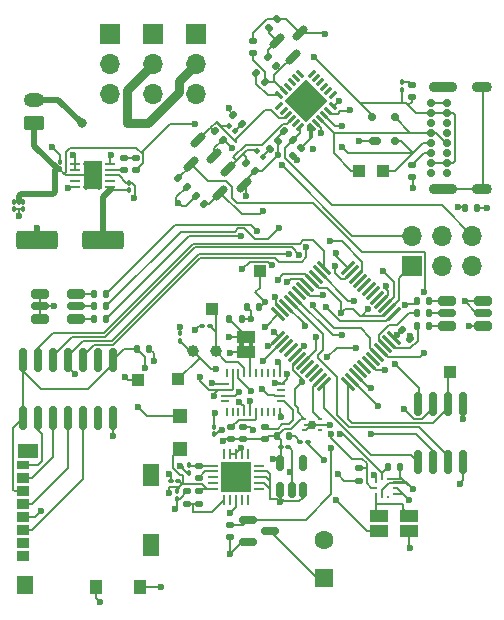
<source format=gbr>
%TF.GenerationSoftware,KiCad,Pcbnew,8.0.8*%
%TF.CreationDate,2025-02-27T11:16:46-08:00*%
%TF.ProjectId,Vanguard_new,56616e67-7561-4726-945f-6e65772e6b69,rev?*%
%TF.SameCoordinates,Original*%
%TF.FileFunction,Copper,L1,Top*%
%TF.FilePolarity,Positive*%
%FSLAX46Y46*%
G04 Gerber Fmt 4.6, Leading zero omitted, Abs format (unit mm)*
G04 Created by KiCad (PCBNEW 8.0.8) date 2025-02-27 11:16:46*
%MOMM*%
%LPD*%
G01*
G04 APERTURE LIST*
G04 Aperture macros list*
%AMRoundRect*
0 Rectangle with rounded corners*
0 $1 Rounding radius*
0 $2 $3 $4 $5 $6 $7 $8 $9 X,Y pos of 4 corners*
0 Add a 4 corners polygon primitive as box body*
4,1,4,$2,$3,$4,$5,$6,$7,$8,$9,$2,$3,0*
0 Add four circle primitives for the rounded corners*
1,1,$1+$1,$2,$3*
1,1,$1+$1,$4,$5*
1,1,$1+$1,$6,$7*
1,1,$1+$1,$8,$9*
0 Add four rect primitives between the rounded corners*
20,1,$1+$1,$2,$3,$4,$5,0*
20,1,$1+$1,$4,$5,$6,$7,0*
20,1,$1+$1,$6,$7,$8,$9,0*
20,1,$1+$1,$8,$9,$2,$3,0*%
%AMRotRect*
0 Rectangle, with rotation*
0 The origin of the aperture is its center*
0 $1 length*
0 $2 width*
0 $3 Rotation angle, in degrees counterclockwise*
0 Add horizontal line*
21,1,$1,$2,0,0,$3*%
%AMFreePoly0*
4,1,13,0.320000,0.125000,0.700000,0.125000,0.700000,-0.125000,0.320000,-0.125000,0.200000,-0.350000,-0.200000,-0.350000,-0.320000,-0.125000,-0.850000,-0.125000,-0.850000,0.125000,-0.320000,0.125000,-0.200000,0.350000,0.200000,0.350000,0.320000,0.125000,0.320000,0.125000,$1*%
G04 Aperture macros list end*
%TA.AperFunction,EtchedComponent*%
%ADD10C,0.000000*%
%TD*%
%TA.AperFunction,SMDPad,CuDef*%
%ADD11R,1.500000X1.000000*%
%TD*%
%TA.AperFunction,SMDPad,CuDef*%
%ADD12RoundRect,0.135000X0.035355X-0.226274X0.226274X-0.035355X-0.035355X0.226274X-0.226274X0.035355X0*%
%TD*%
%TA.AperFunction,SMDPad,CuDef*%
%ADD13R,1.000000X1.000000*%
%TD*%
%TA.AperFunction,SMDPad,CuDef*%
%ADD14RoundRect,0.135000X-0.135000X-0.185000X0.135000X-0.185000X0.135000X0.185000X-0.135000X0.185000X0*%
%TD*%
%TA.AperFunction,SMDPad,CuDef*%
%ADD15RoundRect,0.135000X-0.185000X0.135000X-0.185000X-0.135000X0.185000X-0.135000X0.185000X0.135000X0*%
%TD*%
%TA.AperFunction,ComponentPad*%
%ADD16R,1.700000X1.700000*%
%TD*%
%TA.AperFunction,ComponentPad*%
%ADD17O,1.700000X1.700000*%
%TD*%
%TA.AperFunction,SMDPad,CuDef*%
%ADD18RoundRect,0.100000X-0.162635X0.021213X0.021213X-0.162635X0.162635X-0.021213X-0.021213X0.162635X0*%
%TD*%
%TA.AperFunction,SMDPad,CuDef*%
%ADD19RoundRect,0.075000X0.521491X-0.415425X-0.415425X0.521491X-0.521491X0.415425X0.415425X-0.521491X0*%
%TD*%
%TA.AperFunction,SMDPad,CuDef*%
%ADD20RoundRect,0.075000X0.521491X0.415425X0.415425X0.521491X-0.521491X-0.415425X-0.415425X-0.521491X0*%
%TD*%
%TA.AperFunction,SMDPad,CuDef*%
%ADD21RoundRect,0.100000X-0.100000X0.130000X-0.100000X-0.130000X0.100000X-0.130000X0.100000X0.130000X0*%
%TD*%
%TA.AperFunction,SMDPad,CuDef*%
%ADD22RoundRect,0.062500X0.362500X0.062500X-0.362500X0.062500X-0.362500X-0.062500X0.362500X-0.062500X0*%
%TD*%
%TA.AperFunction,HeatsinkPad*%
%ADD23C,0.500000*%
%TD*%
%TA.AperFunction,HeatsinkPad*%
%ADD24R,1.650000X2.380000*%
%TD*%
%TA.AperFunction,SMDPad,CuDef*%
%ADD25RoundRect,0.150000X-0.309359X-0.521491X0.521491X0.309359X0.309359X0.521491X-0.521491X-0.309359X0*%
%TD*%
%TA.AperFunction,SMDPad,CuDef*%
%ADD26RoundRect,0.135000X0.135000X0.185000X-0.135000X0.185000X-0.135000X-0.185000X0.135000X-0.185000X0*%
%TD*%
%TA.AperFunction,SMDPad,CuDef*%
%ADD27RoundRect,0.135000X-0.226274X-0.035355X-0.035355X-0.226274X0.226274X0.035355X0.035355X0.226274X0*%
%TD*%
%TA.AperFunction,SMDPad,CuDef*%
%ADD28RoundRect,0.135000X0.226274X0.035355X0.035355X0.226274X-0.226274X-0.035355X-0.035355X-0.226274X0*%
%TD*%
%TA.AperFunction,SMDPad,CuDef*%
%ADD29RoundRect,0.062500X0.062500X-0.350000X0.062500X0.350000X-0.062500X0.350000X-0.062500X-0.350000X0*%
%TD*%
%TA.AperFunction,SMDPad,CuDef*%
%ADD30RoundRect,0.062500X0.350000X-0.062500X0.350000X0.062500X-0.350000X0.062500X-0.350000X-0.062500X0*%
%TD*%
%TA.AperFunction,HeatsinkPad*%
%ADD31R,2.500000X2.500000*%
%TD*%
%TA.AperFunction,ComponentPad*%
%ADD32C,0.700000*%
%TD*%
%TA.AperFunction,ComponentPad*%
%ADD33O,2.400000X0.900000*%
%TD*%
%TA.AperFunction,ComponentPad*%
%ADD34O,1.700000X0.900000*%
%TD*%
%TA.AperFunction,SMDPad,CuDef*%
%ADD35RoundRect,0.100000X-0.130000X-0.100000X0.130000X-0.100000X0.130000X0.100000X-0.130000X0.100000X0*%
%TD*%
%TA.AperFunction,SMDPad,CuDef*%
%ADD36RoundRect,0.135000X-0.035355X0.226274X-0.226274X0.035355X0.035355X-0.226274X0.226274X-0.035355X0*%
%TD*%
%TA.AperFunction,SMDPad,CuDef*%
%ADD37RoundRect,0.100000X0.100000X-0.130000X0.100000X0.130000X-0.100000X0.130000X-0.100000X-0.130000X0*%
%TD*%
%TA.AperFunction,SMDPad,CuDef*%
%ADD38RoundRect,0.150000X-0.587500X-0.150000X0.587500X-0.150000X0.587500X0.150000X-0.587500X0.150000X0*%
%TD*%
%TA.AperFunction,SMDPad,CuDef*%
%ADD39RoundRect,0.135000X0.185000X-0.135000X0.185000X0.135000X-0.185000X0.135000X-0.185000X-0.135000X0*%
%TD*%
%TA.AperFunction,SMDPad,CuDef*%
%ADD40RoundRect,0.147500X-0.172500X0.147500X-0.172500X-0.147500X0.172500X-0.147500X0.172500X0.147500X0*%
%TD*%
%TA.AperFunction,SMDPad,CuDef*%
%ADD41R,1.200000X1.200000*%
%TD*%
%TA.AperFunction,SMDPad,CuDef*%
%ADD42R,0.254000X0.675000*%
%TD*%
%TA.AperFunction,SMDPad,CuDef*%
%ADD43R,0.675000X0.254000*%
%TD*%
%TA.AperFunction,SMDPad,CuDef*%
%ADD44RoundRect,0.160000X-0.565000X-0.240000X0.565000X-0.240000X0.565000X0.240000X-0.565000X0.240000X0*%
%TD*%
%TA.AperFunction,SMDPad,CuDef*%
%ADD45RoundRect,0.120000X-0.605000X-0.180000X0.605000X-0.180000X0.605000X0.180000X-0.605000X0.180000X0*%
%TD*%
%TA.AperFunction,SMDPad,CuDef*%
%ADD46RoundRect,0.100000X0.130000X0.100000X-0.130000X0.100000X-0.130000X-0.100000X0.130000X-0.100000X0*%
%TD*%
%TA.AperFunction,SMDPad,CuDef*%
%ADD47RoundRect,0.062500X0.112500X0.062500X-0.112500X0.062500X-0.112500X-0.062500X0.112500X-0.062500X0*%
%TD*%
%TA.AperFunction,SMDPad,CuDef*%
%ADD48FreePoly0,180.000000*%
%TD*%
%TA.AperFunction,SMDPad,CuDef*%
%ADD49R,0.250000X0.275000*%
%TD*%
%TA.AperFunction,SMDPad,CuDef*%
%ADD50R,0.275000X0.250000*%
%TD*%
%TA.AperFunction,SMDPad,CuDef*%
%ADD51RoundRect,0.150000X0.150000X-0.825000X0.150000X0.825000X-0.150000X0.825000X-0.150000X-0.825000X0*%
%TD*%
%TA.AperFunction,ComponentPad*%
%ADD52C,1.000000*%
%TD*%
%TA.AperFunction,ComponentPad*%
%ADD53R,1.600000X1.600000*%
%TD*%
%TA.AperFunction,ComponentPad*%
%ADD54C,1.600000*%
%TD*%
%TA.AperFunction,SMDPad,CuDef*%
%ADD55RoundRect,0.150000X0.309359X0.521491X-0.521491X-0.309359X-0.309359X-0.521491X0.521491X0.309359X0*%
%TD*%
%TA.AperFunction,SMDPad,CuDef*%
%ADD56RoundRect,0.250000X1.500000X0.550000X-1.500000X0.550000X-1.500000X-0.550000X1.500000X-0.550000X0*%
%TD*%
%TA.AperFunction,SMDPad,CuDef*%
%ADD57RoundRect,0.150000X0.150000X-0.512500X0.150000X0.512500X-0.150000X0.512500X-0.150000X-0.512500X0*%
%TD*%
%TA.AperFunction,SMDPad,CuDef*%
%ADD58RoundRect,0.160000X0.565000X0.240000X-0.565000X0.240000X-0.565000X-0.240000X0.565000X-0.240000X0*%
%TD*%
%TA.AperFunction,SMDPad,CuDef*%
%ADD59RoundRect,0.120000X0.605000X0.180000X-0.605000X0.180000X-0.605000X-0.180000X0.605000X-0.180000X0*%
%TD*%
%TA.AperFunction,SMDPad,CuDef*%
%ADD60RoundRect,0.062500X0.203293X0.291682X-0.291682X-0.203293X-0.203293X-0.291682X0.291682X0.203293X0*%
%TD*%
%TA.AperFunction,SMDPad,CuDef*%
%ADD61RoundRect,0.062500X-0.203293X0.291682X-0.291682X0.203293X0.203293X-0.291682X0.291682X-0.203293X0*%
%TD*%
%TA.AperFunction,HeatsinkPad*%
%ADD62RotRect,2.600000X2.600000X225.000000*%
%TD*%
%TA.AperFunction,ComponentPad*%
%ADD63RoundRect,0.250000X0.625000X-0.350000X0.625000X0.350000X-0.625000X0.350000X-0.625000X-0.350000X0*%
%TD*%
%TA.AperFunction,ComponentPad*%
%ADD64O,1.750000X1.200000*%
%TD*%
%TA.AperFunction,SMDPad,CuDef*%
%ADD65R,1.100000X0.850000*%
%TD*%
%TA.AperFunction,SMDPad,CuDef*%
%ADD66R,1.100000X0.750000*%
%TD*%
%TA.AperFunction,SMDPad,CuDef*%
%ADD67R,1.000000X1.200000*%
%TD*%
%TA.AperFunction,SMDPad,CuDef*%
%ADD68R,1.350000X1.550000*%
%TD*%
%TA.AperFunction,SMDPad,CuDef*%
%ADD69R,1.350000X1.900000*%
%TD*%
%TA.AperFunction,SMDPad,CuDef*%
%ADD70R,1.800000X1.170000*%
%TD*%
%TA.AperFunction,SMDPad,CuDef*%
%ADD71RoundRect,0.175000X0.325000X-0.175000X0.325000X0.175000X-0.325000X0.175000X-0.325000X-0.175000X0*%
%TD*%
%TA.AperFunction,SMDPad,CuDef*%
%ADD72RoundRect,0.150000X0.150000X-0.200000X0.150000X0.200000X-0.150000X0.200000X-0.150000X-0.200000X0*%
%TD*%
%TA.AperFunction,ViaPad*%
%ADD73C,0.600000*%
%TD*%
%TA.AperFunction,ViaPad*%
%ADD74C,0.800000*%
%TD*%
%TA.AperFunction,ViaPad*%
%ADD75C,1.000000*%
%TD*%
%TA.AperFunction,Conductor*%
%ADD76C,0.200000*%
%TD*%
%TA.AperFunction,Conductor*%
%ADD77C,0.500000*%
%TD*%
%TA.AperFunction,Conductor*%
%ADD78C,0.800000*%
%TD*%
%TA.AperFunction,Conductor*%
%ADD79C,0.200660*%
%TD*%
G04 APERTURE END LIST*
D10*
%TA.AperFunction,EtchedComponent*%
%TO.C,ADR1*%
G36*
X112707500Y-112990000D02*
G01*
X112307500Y-112990000D01*
X112307500Y-112490000D01*
X112707500Y-112490000D01*
X112707500Y-112990000D01*
G37*
%TD.AperFunction*%
%TA.AperFunction,EtchedComponent*%
G36*
X113507500Y-112990000D02*
G01*
X113107500Y-112990000D01*
X113107500Y-112490000D01*
X113507500Y-112490000D01*
X113507500Y-112990000D01*
G37*
%TD.AperFunction*%
%TD*%
D11*
%TO.P,ADR1,1,A*%
%TO.N,GND*%
X112907500Y-113390000D03*
%TO.P,ADR1,2,B*%
%TO.N,Net-(ADR1-B)*%
X112907500Y-112090000D03*
%TD*%
D12*
%TO.P,R2,1*%
%TO.N,+3.3V*%
X116832161Y-96771175D03*
%TO.P,R2,2*%
%TO.N,Net-(J2-Pin_3)*%
X117553409Y-96049927D03*
%TD*%
D13*
%TO.P,TP1,1,1*%
%TO.N,Net-(D1-I{slash}O1)*%
X124500000Y-98000000D03*
%TD*%
D14*
%TO.P,R30,1*%
%TO.N,Net-(PORTSIDE_RGB1-GA)*%
X100015001Y-108450000D03*
%TO.P,R30,2*%
%TO.N,PORT_GREEN*%
X101034999Y-108450000D03*
%TD*%
D11*
%TO.P,JP2,1,A*%
%TO.N,Net-(JP1-A)*%
X124160000Y-127239999D03*
%TO.P,JP2,2,B*%
%TO.N,+3.3V*%
X124160000Y-128539997D03*
%TD*%
D15*
%TO.P,R35,1*%
%TO.N,Net-(D7-A)*%
X126950000Y-90789976D03*
%TO.P,R35,2*%
%TO.N,BATT_IN*%
X126950000Y-91809974D03*
%TD*%
D16*
%TO.P,J5,1,Pin_1*%
%TO.N,PORT_SERVO*%
X105000000Y-86420000D03*
D17*
%TO.P,J5,2,Pin_2*%
%TO.N,+5V*%
X105000000Y-88960000D03*
%TO.P,J5,3,Pin_3*%
%TO.N,GND*%
X105000000Y-91500000D03*
%TD*%
D18*
%TO.P,D2,1,K*%
%TO.N,Net-(D2-K)*%
X111473777Y-94210237D03*
%TO.P,D2,2,A*%
%TO.N,Net-(D2-A)*%
X111926325Y-94662785D03*
%TD*%
D19*
%TO.P,U2,1,PA5*%
%TO.N,PA2{slash}SCK*%
X121498788Y-116048427D03*
%TO.P,U2,2,PA6*%
%TO.N,PA1{slash}MOSI*%
X121852342Y-115694873D03*
%TO.P,U2,3,PA7*%
%TO.N,PA0{slash}MISO*%
X122205895Y-115341320D03*
%TO.P,U2,4,PB0*%
%TO.N,unconnected-(U2-PB0-Pad4)*%
X122559449Y-114987766D03*
%TO.P,U2,5,PB1*%
%TO.N,unconnected-(U2-PB1-Pad5)*%
X122913002Y-114634213D03*
%TO.P,U2,6,PB2*%
%TO.N,STAR_BLUE*%
X123266555Y-114280660D03*
%TO.P,U2,7,PB3*%
%TO.N,unconnected-(U2-PB3-Pad7)*%
X123620109Y-113927106D03*
%TO.P,U2,8,PB4*%
%TO.N,TX0*%
X123973662Y-113573553D03*
%TO.P,U2,9,PB5*%
%TO.N,RX0*%
X124327215Y-113220000D03*
%TO.P,U2,10,PC0*%
%TO.N,STAR_RED*%
X124680769Y-112866446D03*
%TO.P,U2,11,PC1*%
%TO.N,STAR_GREEN*%
X125034322Y-112512893D03*
%TO.P,U2,12,PC2*%
%TO.N,SDA*%
X125387876Y-112159339D03*
D20*
%TO.P,U2,13,PC3*%
%TO.N,PORT_SERVO*%
X125387876Y-110161763D03*
%TO.P,U2,14,VCC*%
%TO.N,+3.3V*%
X125034322Y-109808209D03*
%TO.P,U2,15,GND*%
%TO.N,GND*%
X124680769Y-109454656D03*
%TO.P,U2,16,PC4*%
%TO.N,BUZZER*%
X124327215Y-109101102D03*
%TO.P,U2,17,PC5*%
%TO.N,unconnected-(U2-PC5-Pad17)*%
X123973662Y-108747549D03*
%TO.P,U2,18,PC6*%
%TO.N,unconnected-(U2-PC6-Pad18)*%
X123620109Y-108393996D03*
%TO.P,U2,19,PC7*%
%TO.N,unconnected-(U2-PC7-Pad19)*%
X123266555Y-108040442D03*
%TO.P,U2,20,PD0*%
%TO.N,unconnected-(U2-PD0-Pad20)*%
X122913002Y-107686889D03*
%TO.P,U2,21,PD1*%
%TO.N,unconnected-(U2-PD1-Pad21)*%
X122559449Y-107333336D03*
%TO.P,U2,22,PD2*%
%TO.N,D5*%
X122205895Y-106979782D03*
%TO.P,U2,23,PD3*%
%TO.N,D4*%
X121852342Y-106626229D03*
%TO.P,U2,24,PD4*%
%TO.N,D6*%
X121498788Y-106272675D03*
D19*
%TO.P,U2,25,PD5*%
%TO.N,D7*%
X119501212Y-106272675D03*
%TO.P,U2,26,PD6*%
%TO.N,CD*%
X119147658Y-106626229D03*
%TO.P,U2,27,PD7*%
%TO.N,unconnected-(U2-PD7-Pad27)*%
X118794105Y-106979782D03*
%TO.P,U2,28,AVCC*%
%TO.N,+3.3V*%
X118440551Y-107333336D03*
%TO.P,U2,29,GND*%
%TO.N,GND*%
X118086998Y-107686889D03*
%TO.P,U2,30,PE0*%
%TO.N,PORT_RED*%
X117733445Y-108040442D03*
%TO.P,U2,31,PE1*%
%TO.N,unconnected-(U2-PE1-Pad31)*%
X117379891Y-108393996D03*
%TO.P,U2,32,PE2*%
%TO.N,HOLD*%
X117026338Y-108747549D03*
%TO.P,U2,33,PE3*%
%TO.N,WP*%
X116672785Y-109101102D03*
%TO.P,U2,34,PF0*%
%TO.N,PORT_GREEN*%
X116319231Y-109454656D03*
%TO.P,U2,35,PF1*%
%TO.N,PORT_BLUE*%
X115965678Y-109808209D03*
%TO.P,U2,36,PF2*%
%TO.N,STAR_SERVO*%
X115612124Y-110161763D03*
D20*
%TO.P,U2,37,PF3*%
%TO.N,SCL*%
X115612124Y-112159339D03*
%TO.P,U2,38,PF4*%
%TO.N,EJEC_SERVO*%
X115965678Y-112512893D03*
%TO.P,U2,39,PF5*%
%TO.N,unconnected-(U2-PF5-Pad39)*%
X116319231Y-112866446D03*
%TO.P,U2,40,PF6/~{RESET}*%
%TO.N,unconnected-(U2-PF6{slash}~{RESET}-Pad40)*%
X116672785Y-113220000D03*
%TO.P,U2,41,UPDI*%
%TO.N,UPDI*%
X117026338Y-113573553D03*
%TO.P,U2,42,VCC*%
%TO.N,+3.3V*%
X117379891Y-113927106D03*
%TO.P,U2,43,GND*%
%TO.N,GND*%
X117733445Y-114280660D03*
%TO.P,U2,44,PA0*%
%TO.N,unconnected-(U2-PA0-Pad44)*%
X118086998Y-114634213D03*
%TO.P,U2,45,PA1*%
%TO.N,unconnected-(U2-PA1-Pad45)*%
X118440551Y-114987766D03*
%TO.P,U2,46,PA2*%
%TO.N,unconnected-(U2-PA2-Pad46)*%
X118794105Y-115341320D03*
%TO.P,U2,47,PA3*%
%TO.N,TEMP_SENSOR*%
X119147658Y-115694873D03*
%TO.P,U2,48,PA4*%
%TO.N,PA3{slash}SS*%
X119501212Y-116048427D03*
%TD*%
D21*
%TO.P,C13,1*%
%TO.N,BATT_IN*%
X93280000Y-100640000D03*
%TO.P,C13,2*%
%TO.N,GND*%
X93280000Y-101280000D03*
%TD*%
D22*
%TO.P,U8,1,VOUT*%
%TO.N,+5V*%
X101350000Y-99415000D03*
%TO.P,U8,2,NC*%
%TO.N,unconnected-(U8-NC-Pad2)*%
X101350000Y-98915000D03*
%TO.P,U8,3,SW*%
%TO.N,GND*%
X101350000Y-98415000D03*
%TO.P,U8,4,SW*%
%TO.N,Net-(L1-Pad2)*%
X101350000Y-97915000D03*
%TO.P,U8,5,PGND*%
%TO.N,GND*%
X101350000Y-97415000D03*
%TO.P,U8,6,PGND*%
X98450000Y-97415000D03*
%TO.P,U8,7,PGND*%
X98450000Y-97915000D03*
%TO.P,U8,8,VBAT*%
%TO.N,BATT_IN*%
X98450000Y-98415000D03*
%TO.P,U8,9,LBI*%
%TO.N,unconnected-(U8-LBI-Pad9)*%
X98450000Y-98915000D03*
%TO.P,U8,10,SYNC*%
%TO.N,GND*%
X98450000Y-99415000D03*
D23*
%TO.P,U8,11,EN*%
%TO.N,BATT_IN*%
X100475000Y-99355000D03*
X100475000Y-97475000D03*
X100474999Y-98415000D03*
D24*
X99900000Y-98415000D03*
D23*
X99325001Y-98415000D03*
X99325000Y-99355000D03*
X99325000Y-97475000D03*
%TD*%
D25*
%TO.P,Q1,1,G*%
%TO.N,+3.3V*%
X115485208Y-87014625D03*
%TO.P,Q1,2,S*%
%TO.N,/TX_UPDI*%
X116828711Y-88358128D03*
%TO.P,Q1,3,D*%
%TO.N,UPDI*%
X117482785Y-86360551D03*
%TD*%
D26*
%TO.P,R23,1*%
%TO.N,+3.3V*%
X112510000Y-110560000D03*
%TO.P,R23,2*%
%TO.N,Net-(ADR1-B)*%
X111490000Y-110560000D03*
%TD*%
D13*
%TO.P,TP3,1,1*%
%TO.N,D4*%
X103720000Y-115730000D03*
%TD*%
D27*
%TO.P,R5,1*%
%TO.N,/RX_UPDI*%
X113778752Y-89778752D03*
%TO.P,R5,2*%
%TO.N,/TX_UPDI*%
X114500000Y-90500000D03*
%TD*%
D16*
%TO.P,J4,1,Pin_1*%
%TO.N,STAR_SERVO*%
X101350000Y-86420000D03*
D17*
%TO.P,J4,2,Pin_2*%
%TO.N,+5V*%
X101350000Y-88960000D03*
%TO.P,J4,3,Pin_3*%
%TO.N,GND*%
X101350000Y-91500000D03*
%TD*%
D28*
%TO.P,R10,1*%
%TO.N,+3.3V*%
X113644033Y-98041801D03*
%TO.P,R10,2*%
%TO.N,Net-(D3-K)*%
X112922785Y-97320553D03*
%TD*%
D13*
%TO.P,TP4,1,1*%
%TO.N,PA2{slash}SCK*%
X130130000Y-115040000D03*
%TD*%
D15*
%TO.P,R15,1*%
%TO.N,Net-(D6-K)*%
X108910000Y-125169999D03*
%TO.P,R15,2*%
%TO.N,Net-(U9-FB)*%
X108910000Y-126189999D03*
%TD*%
D14*
%TO.P,R25,1*%
%TO.N,STAR_BLUE*%
X127385000Y-109030000D03*
%TO.P,R25,2*%
%TO.N,Net-(STARBOARD_RGB1-BA)*%
X128405000Y-109030000D03*
%TD*%
D13*
%TO.P,TP6,1,1*%
%TO.N,Net-(U6-XOUT32{slash}CLKSEL1)*%
X109975000Y-109730000D03*
%TD*%
D21*
%TO.P,C12,1*%
%TO.N,BATT_IN*%
X94030000Y-100635000D03*
%TO.P,C12,2*%
%TO.N,GND*%
X94030000Y-101275000D03*
%TD*%
D29*
%TO.P,U9,1,FB*%
%TO.N,Net-(U9-FB)*%
X111042500Y-125907500D03*
%TO.P,U9,2,VCC*%
%TO.N,unconnected-(U9-VCC-Pad2)*%
X111542500Y-125907500D03*
%TO.P,U9,3,AGND*%
%TO.N,GND*%
X112042500Y-125907499D03*
%TO.P,U9,4,SW*%
%TO.N,unconnected-(U9-SW-Pad19)_2*%
X112542500Y-125907500D03*
%TO.P,U9,5,SW*%
%TO.N,unconnected-(U9-SW-Pad19)_3*%
X113042500Y-125907500D03*
D30*
%TO.P,U9,6,SW*%
%TO.N,unconnected-(U9-SW-Pad19)_1*%
X113980000Y-124970000D03*
%TO.P,U9,7,OUT*%
%TO.N,Net-(D6-K)*%
X113980000Y-124470000D03*
%TO.P,U9,8,OUT*%
X113979999Y-123970000D03*
%TO.P,U9,9,OUT*%
X113980000Y-123470000D03*
%TO.P,U9,10*%
%TO.N,N/C*%
X113980000Y-122970000D03*
D29*
%TO.P,U9,11,BST*%
%TO.N,unconnected-(U9-BST-Pad11)*%
X113042500Y-122032500D03*
%TO.P,U9,12,PGND*%
%TO.N,GND*%
X112542500Y-122032500D03*
%TO.P,U9,13,PGND*%
X112042500Y-122032501D03*
%TO.P,U9,14,PGND*%
X111542500Y-122032500D03*
%TO.P,U9,15*%
%TO.N,N/C*%
X111042500Y-122032500D03*
D30*
%TO.P,U9,16,IN*%
%TO.N,Net-(U9-IN)*%
X110105000Y-122970000D03*
%TO.P,U9,17,EN*%
%TO.N,Net-(U9-EN)*%
X110105000Y-123470000D03*
%TO.P,U9,18,PG*%
%TO.N,unconnected-(U9-PG-Pad18)*%
X110105001Y-123970000D03*
%TO.P,U9,19,SW*%
%TO.N,unconnected-(U9-SW-Pad19)*%
X110105000Y-124470000D03*
%TO.P,U9,20,OUT*%
%TO.N,Net-(D6-K)*%
X110105000Y-124970000D03*
D23*
%TO.P,U9,21*%
%TO.N,N/C*%
X111042500Y-124970000D03*
X113042500Y-124970000D03*
D31*
X112042500Y-123970000D03*
D23*
X111042500Y-122970000D03*
X113042500Y-122970000D03*
%TD*%
D32*
%TO.P,J1,A1,GND*%
%TO.N,GND*%
X128550000Y-98204974D03*
%TO.P,J1,A4,VBUS*%
%TO.N,BATT_IN*%
X128550000Y-97354974D03*
%TO.P,J1,A5,CC1*%
%TO.N,Net-(J1-CC1)*%
X128550000Y-96504973D03*
%TO.P,J1,A6,D+*%
%TO.N,Net-(D1-I{slash}O1)*%
X128550000Y-95654974D03*
%TO.P,J1,A7,D-*%
%TO.N,Net-(D1-I{slash}O2)*%
X128550000Y-94804974D03*
%TO.P,J1,A8,SBU1*%
%TO.N,unconnected-(J1-SBU1-PadA8)*%
X128550000Y-93954974D03*
%TO.P,J1,A9,VBUS*%
%TO.N,BATT_IN*%
X128550000Y-93104973D03*
%TO.P,J1,A12,GND*%
%TO.N,GND*%
X128550000Y-92254974D03*
%TO.P,J1,B1,GND*%
X129900000Y-92254974D03*
%TO.P,J1,B4,VBUS*%
%TO.N,BATT_IN*%
X129900000Y-93104974D03*
%TO.P,J1,B5,CC2*%
%TO.N,Net-(J1-CC2)*%
X129900000Y-93954974D03*
%TO.P,J1,B6,D+*%
%TO.N,Net-(D1-I{slash}O1)*%
X129900000Y-94804974D03*
%TO.P,J1,B7,D-*%
%TO.N,Net-(D1-I{slash}O2)*%
X129900000Y-95654974D03*
%TO.P,J1,B8,SBU2*%
%TO.N,unconnected-(J1-SBU2-PadB8)*%
X129900000Y-96504974D03*
%TO.P,J1,B9,VBUS*%
%TO.N,BATT_IN*%
X129900000Y-97354974D03*
%TO.P,J1,B12,GND*%
%TO.N,GND*%
X129900000Y-98204974D03*
D33*
%TO.P,J1,S1,SHIELD*%
%TO.N,unconnected-(J1-SHIELD-PadS1)*%
X129530000Y-99554974D03*
D34*
X132910000Y-99554974D03*
D33*
X129530000Y-90904974D03*
D34*
X132910000Y-90904974D03*
%TD*%
D35*
%TO.P,C6,1*%
%TO.N,+3.3V*%
X115830000Y-121390000D03*
%TO.P,C6,2*%
%TO.N,GND*%
X116470000Y-121390000D03*
%TD*%
D36*
%TO.P,R3,1*%
%TO.N,+3.3V*%
X115623409Y-95469927D03*
%TO.P,R3,2*%
%TO.N,Net-(D3-A)*%
X114902161Y-96191175D03*
%TD*%
D37*
%TO.P,C9,1*%
%TO.N,+5V*%
X103000000Y-99665000D03*
%TO.P,C9,2*%
%TO.N,GND*%
X103000000Y-99025000D03*
%TD*%
D38*
%TO.P,Q4,1,G*%
%TO.N,BUZZER*%
X113062500Y-127550000D03*
%TO.P,Q4,2,S*%
%TO.N,GND*%
X113062500Y-129450000D03*
%TO.P,Q4,3,D*%
%TO.N,Net-(BZ1-+)*%
X114937501Y-128500000D03*
%TD*%
D37*
%TO.P,D7,1,K*%
%TO.N,BATT_IN*%
X126070000Y-91149974D03*
%TO.P,D7,2,A*%
%TO.N,Net-(D7-A)*%
X126070000Y-90509974D03*
%TD*%
D26*
%TO.P,R1,1*%
%TO.N,+3.3V*%
X125969999Y-123090000D03*
%TO.P,R1,2*%
%TO.N,SCL*%
X124950001Y-123090000D03*
%TD*%
D14*
%TO.P,R24,1*%
%TO.N,+3.3V*%
X103700000Y-113100000D03*
%TO.P,R24,2*%
%TO.N,Net-(U6-~{BOOT})*%
X104720000Y-113100000D03*
%TD*%
D37*
%TO.P,C8,1*%
%TO.N,BATT_IN*%
X97140000Y-97905000D03*
%TO.P,C8,2*%
%TO.N,GND*%
X97140000Y-97265000D03*
%TD*%
D14*
%TO.P,R26,1*%
%TO.N,STAR_RED*%
X127385000Y-110070000D03*
%TO.P,R26,2*%
%TO.N,Net-(STARBOARD_RGB1-RA)*%
X128405000Y-110070000D03*
%TD*%
D15*
%TO.P,R33,1*%
%TO.N,Net-(L1-Pad1)*%
X103560000Y-96945001D03*
%TO.P,R33,2*%
%TO.N,BATT_IN*%
X103560000Y-97964999D03*
%TD*%
D37*
%TO.P,C3,1*%
%TO.N,Net-(U6-XIN32)*%
X107290000Y-112430000D03*
%TO.P,C3,2*%
%TO.N,GND*%
X107290000Y-111790000D03*
%TD*%
D15*
%TO.P,R34,1*%
%TO.N,BUZZER*%
X111500000Y-127990001D03*
%TO.P,R34,2*%
%TO.N,GND*%
X111500000Y-129009999D03*
%TD*%
D39*
%TO.P,R36,1*%
%TO.N,+3.3V*%
X122430000Y-124239999D03*
%TO.P,R36,2*%
%TO.N,SDA*%
X122430000Y-123220001D03*
%TD*%
D40*
%TO.P,L1,1,1*%
%TO.N,Net-(L1-Pad1)*%
X102560000Y-96950001D03*
%TO.P,L1,2,2*%
%TO.N,Net-(L1-Pad2)*%
X102560000Y-97920001D03*
%TD*%
D21*
%TO.P,C7,1*%
%TO.N,Net-(U6-CAP)*%
X110147500Y-119695000D03*
%TO.P,C7,2*%
%TO.N,GND*%
X110147500Y-120335000D03*
%TD*%
D41*
%TO.P,D6,1,K*%
%TO.N,Net-(D6-K)*%
X107280000Y-121587499D03*
%TO.P,D6,2,A*%
%TO.N,BATT_IN*%
X107280000Y-118787501D03*
%TD*%
D27*
%TO.P,R13,1*%
%TO.N,+3.3V*%
X108639376Y-100139376D03*
%TO.P,R13,2*%
%TO.N,TX0*%
X109360624Y-100860624D03*
%TD*%
D14*
%TO.P,R17,1*%
%TO.N,+3.3V*%
X115490000Y-120500000D03*
%TO.P,R17,2*%
%TO.N,Net-(D5-A)*%
X116510000Y-120500000D03*
%TD*%
D42*
%TO.P,U6,1,RESV_NC*%
%TO.N,unconnected-(U6-RESV_NC-Pad1)*%
X111250000Y-115137500D03*
D43*
%TO.P,U6,2,GND*%
%TO.N,GND*%
X111112500Y-116050000D03*
%TO.P,U6,3,VDD*%
%TO.N,+3.3V*%
X111112500Y-116550000D03*
%TO.P,U6,4,~{BOOT}*%
%TO.N,Net-(U6-~{BOOT})*%
X111112500Y-117050000D03*
%TO.P,U6,5,PS1*%
%TO.N,PS1*%
X111112500Y-117550000D03*
D42*
%TO.P,U6,6,PS0/WAKE*%
%TO.N,PS0{slash}WAKE*%
X111250000Y-118462500D03*
%TO.P,U6,7,RESV_NC*%
%TO.N,unconnected-(U6-RESV_NC-Pad7)*%
X111750000Y-118462500D03*
%TO.P,U6,8,RESV_NC*%
%TO.N,unconnected-(U6-RESV_NC-Pad8)*%
X112250000Y-118462500D03*
%TO.P,U6,9,CAP*%
%TO.N,Net-(U6-CAP)*%
X112750000Y-118462500D03*
%TO.P,U6,10,CLKSEL0*%
%TO.N,GND*%
X113250000Y-118462500D03*
%TO.P,U6,11,~{RST}*%
%TO.N,Net-(U6-~{RST})*%
X113750000Y-118462500D03*
%TO.P,U6,12,RESV_NC*%
%TO.N,unconnected-(U6-RESV_NC-Pad12)*%
X114250000Y-118462500D03*
%TO.P,U6,13,RESV_NC*%
%TO.N,unconnected-(U6-RESV_NC-Pad13)*%
X114750000Y-118462500D03*
%TO.P,U6,14,~{H_INT}*%
%TO.N,INT*%
X115250000Y-118462500D03*
%TO.P,U6,15,ENV_SCL*%
%TO.N,Net-(U6-ENV_SCL)*%
X115750000Y-118462500D03*
D43*
%TO.P,U6,16,ENV_SDA*%
%TO.N,Net-(U6-ENV_SDA)*%
X115887500Y-117550000D03*
%TO.P,U6,17,SA0/H_MOSI*%
%TO.N,Net-(ADR1-B)*%
X115887500Y-117050000D03*
%TO.P,U6,18,~{H_CS}*%
%TO.N,unconnected-(U6-~{H_CS}-Pad18)*%
X115887500Y-116550000D03*
%TO.P,U6,19,H_SCL/SCK/RX*%
%TO.N,SCL*%
X115887500Y-116050000D03*
D42*
%TO.P,U6,20,H_SDA/H_MISO/TX*%
%TO.N,SDA*%
X115750000Y-115137500D03*
%TO.P,U6,21,RESV_NC*%
%TO.N,unconnected-(U6-RESV_NC-Pad21)*%
X115250000Y-115137500D03*
%TO.P,U6,22,RESV_NC*%
%TO.N,unconnected-(U6-RESV_NC-Pad22)*%
X114750000Y-115137500D03*
%TO.P,U6,23,RESV_NC*%
%TO.N,unconnected-(U6-RESV_NC-Pad23)*%
X114250000Y-115137500D03*
%TO.P,U6,24,RESV_NC*%
%TO.N,unconnected-(U6-RESV_NC-Pad24)*%
X113750000Y-115137500D03*
%TO.P,U6,25,GNDIO*%
%TO.N,GND*%
X113250000Y-115137500D03*
%TO.P,U6,26,XOUT32/CLKSEL1*%
%TO.N,Net-(U6-XOUT32{slash}CLKSEL1)*%
X112750000Y-115137500D03*
%TO.P,U6,27,XIN32*%
%TO.N,Net-(U6-XIN32)*%
X112250000Y-115137500D03*
%TO.P,U6,28,VDDIO*%
%TO.N,+3.3V*%
X111750000Y-115137500D03*
%TD*%
D28*
%TO.P,R9,1*%
%TO.N,+3.3V*%
X110945214Y-95378731D03*
%TO.P,R9,2*%
%TO.N,Net-(D2-K)*%
X110223966Y-94657483D03*
%TD*%
D44*
%TO.P,STARBOARD_RGB1,1,BA*%
%TO.N,Net-(STARBOARD_RGB1-BA)*%
X129900000Y-109020000D03*
D45*
%TO.P,STARBOARD_RGB1,2,RA*%
%TO.N,Net-(STARBOARD_RGB1-RA)*%
X129900000Y-110070000D03*
D44*
%TO.P,STARBOARD_RGB1,3,GA*%
%TO.N,Net-(STARBOARD_RGB1-GA)*%
X129900000Y-111120000D03*
%TO.P,STARBOARD_RGB1,4,GK*%
%TO.N,GND*%
X132950000Y-111120000D03*
D45*
%TO.P,STARBOARD_RGB1,5,RK*%
X132950000Y-110070000D03*
D44*
%TO.P,STARBOARD_RGB1,6,BK*%
X132950000Y-109020000D03*
%TD*%
D14*
%TO.P,R32,1*%
%TO.N,Net-(J1-CC2)*%
X131470000Y-101140000D03*
%TO.P,R32,2*%
%TO.N,GND*%
X132489998Y-101140000D03*
%TD*%
D46*
%TO.P,C2,1*%
%TO.N,Net-(U6-XOUT32{slash}CLKSEL1)*%
X109805000Y-111160000D03*
%TO.P,C2,2*%
%TO.N,GND*%
X109165000Y-111160000D03*
%TD*%
D15*
%TO.P,R18,1*%
%TO.N,Net-(U6-~{RST})*%
X111647500Y-119720000D03*
%TO.P,R18,2*%
%TO.N,+3.3V*%
X111647500Y-120740000D03*
%TD*%
D28*
%TO.P,R21,1*%
%TO.N,+3.3V*%
X126791248Y-112251248D03*
%TO.P,R21,2*%
%TO.N,SDA*%
X126070000Y-111530000D03*
%TD*%
D47*
%TO.P,U5,1,NC*%
%TO.N,unconnected-(U5-NC-Pad1)*%
X119175001Y-119999999D03*
D48*
%TO.P,U5,2,PG*%
%TO.N,GND*%
X118500001Y-119500000D03*
D47*
%TO.P,U5,3,OUT*%
%TO.N,TEMP_SENSOR*%
X119175001Y-119000001D03*
%TO.P,U5,4,VDD*%
%TO.N,+3.3V*%
X117825001Y-119000001D03*
%TO.P,U5,5,GND*%
%TO.N,GND*%
X117825001Y-119999999D03*
%TD*%
D15*
%TO.P,R31,1*%
%TO.N,Net-(J1-CC1)*%
X126970000Y-97490001D03*
%TO.P,R31,2*%
%TO.N,GND*%
X126970000Y-98509999D03*
%TD*%
D14*
%TO.P,R22,1*%
%TO.N,+3.3V*%
X112940002Y-109530000D03*
%TO.P,R22,2*%
%TO.N,SCL*%
X113960000Y-109530000D03*
%TD*%
D49*
%TO.P,U10,1,VDDIO*%
%TO.N,+3.3V*%
X124890000Y-124137500D03*
%TO.P,U10,2,SCK/SCL*%
%TO.N,SCL*%
X124390000Y-124137500D03*
D50*
%TO.P,U10,3,VSS/GND*%
%TO.N,GND*%
X123877500Y-124400000D03*
%TO.P,U10,4,SDI/SDO/SDA*%
%TO.N,SDA*%
X123877500Y-124900000D03*
%TO.P,U10,5,SDO/DNC/SA0*%
%TO.N,Net-(JP1-A)*%
X123877500Y-125400000D03*
D49*
%TO.P,U10,6,~{CS}*%
%TO.N,+3.3V*%
X124390000Y-125662500D03*
%TO.P,U10,7,INT/DNC*%
%TO.N,unconnected-(U10-INT{slash}DNC-Pad7)*%
X124890000Y-125662500D03*
D50*
%TO.P,U10,8,VSS/GND*%
%TO.N,GND*%
X125402500Y-125400000D03*
%TO.P,U10,9,VSS/GND*%
X125402500Y-124900000D03*
%TO.P,U10,10,VDD*%
%TO.N,+3.3V*%
X125402500Y-124400000D03*
%TD*%
D51*
%TO.P,U3,1,~{CS}*%
%TO.N,PA3{slash}SS*%
X127465192Y-122696196D03*
%TO.P,U3,2,SO(SOI)*%
%TO.N,PA0{slash}MISO*%
X128735192Y-122696196D03*
%TO.P,U3,3,~{WP}*%
%TO.N,WP*%
X130005192Y-122696196D03*
%TO.P,U3,4,GND*%
%TO.N,GND*%
X131275192Y-122696196D03*
%TO.P,U3,5,SI(SIO)*%
%TO.N,PA1{slash}MOSI*%
X131275192Y-117746196D03*
%TO.P,U3,6,SCK*%
%TO.N,PA2{slash}SCK*%
X130005192Y-117746196D03*
%TO.P,U3,7,~{HOLD}*%
%TO.N,HOLD*%
X128735192Y-117746196D03*
%TO.P,U3,8,VCC*%
%TO.N,+3.3V*%
X127465192Y-117746196D03*
%TD*%
D18*
%TO.P,D3,1,K*%
%TO.N,Net-(D3-K)*%
X113859699Y-96376563D03*
%TO.P,D3,2,A*%
%TO.N,Net-(D3-A)*%
X114312247Y-96829111D03*
%TD*%
D27*
%TO.P,R4,1*%
%TO.N,+3.3V*%
X111800814Y-93292767D03*
%TO.P,R4,2*%
%TO.N,Net-(D2-A)*%
X112522062Y-94014015D03*
%TD*%
D52*
%TO.P,Y1,1,1*%
%TO.N,Net-(U6-XOUT32{slash}CLKSEL1)*%
X110330000Y-113300000D03*
%TO.P,Y1,2,2*%
%TO.N,Net-(U6-XIN32)*%
X108430000Y-113300000D03*
%TD*%
D39*
%TO.P,R8,1*%
%TO.N,/TX_UPDI*%
X113500000Y-88009999D03*
%TO.P,R8,2*%
%TO.N,UPDI*%
X113500000Y-86990001D03*
%TD*%
D21*
%TO.P,C11,1*%
%TO.N,Net-(D6-K)*%
X107020000Y-125125000D03*
%TO.P,C11,2*%
%TO.N,GND*%
X107020000Y-125765000D03*
%TD*%
D53*
%TO.P,BZ1,1,+*%
%TO.N,Net-(BZ1-+)*%
X119500000Y-132500000D03*
D54*
%TO.P,BZ1,2,-*%
%TO.N,GND*%
X119500000Y-129300000D03*
%TD*%
D14*
%TO.P,R28,1*%
%TO.N,Net-(PORTSIDE_RGB1-BA)*%
X100025001Y-110530000D03*
%TO.P,R28,2*%
%TO.N,PORT_BLUE*%
X101044999Y-110530000D03*
%TD*%
D21*
%TO.P,C4,1*%
%TO.N,Net-(U9-IN)*%
X108040000Y-122940000D03*
%TO.P,C4,2*%
%TO.N,GND*%
X108040000Y-123580000D03*
%TD*%
D15*
%TO.P,R19,1*%
%TO.N,Net-(U6-ENV_SCL)*%
X112647500Y-119720000D03*
%TO.P,R19,2*%
%TO.N,+3.3V*%
X112647500Y-120740000D03*
%TD*%
D14*
%TO.P,R29,1*%
%TO.N,Net-(PORTSIDE_RGB1-RA)*%
X100015001Y-109500000D03*
%TO.P,R29,2*%
%TO.N,PORT_RED*%
X101034999Y-109500000D03*
%TD*%
D12*
%TO.P,R7,1*%
%TO.N,+3.3V*%
X114799376Y-85890624D03*
%TO.P,R7,2*%
%TO.N,UPDI*%
X115520624Y-85169376D03*
%TD*%
D15*
%TO.P,R14,1*%
%TO.N,Net-(U9-IN)*%
X108920000Y-122980001D03*
%TO.P,R14,2*%
%TO.N,Net-(U9-EN)*%
X108920000Y-123999999D03*
%TD*%
%TO.P,R20,1*%
%TO.N,Net-(U6-ENV_SDA)*%
X114500000Y-119720000D03*
%TO.P,R20,2*%
%TO.N,+3.3V*%
X114500000Y-120740000D03*
%TD*%
D55*
%TO.P,Q3,1,G*%
%TO.N,+3.3V*%
X110206289Y-96754054D03*
%TO.P,Q3,2,S*%
%TO.N,Net-(D2-K)*%
X108862786Y-95410551D03*
%TO.P,Q3,3,D*%
%TO.N,RX0*%
X108208712Y-97408128D03*
%TD*%
D51*
%TO.P,U7,1,VCCA*%
%TO.N,+3.3V*%
X94010000Y-118975000D03*
%TO.P,U7,2,A1*%
%TO.N,Net-(J3-DAT1)*%
X95280000Y-118975000D03*
%TO.P,U7,3,A2*%
%TO.N,Net-(J3-DAT0)*%
X96550000Y-118975000D03*
%TO.P,U7,4,A3*%
%TO.N,Net-(J3-CLK)*%
X97820000Y-118975000D03*
%TO.P,U7,5,A4*%
%TO.N,Net-(J3-CMD)*%
X99090000Y-118975000D03*
%TO.P,U7,6,NC*%
%TO.N,unconnected-(U7-NC-Pad6)*%
X100360000Y-118975000D03*
%TO.P,U7,7,GND*%
%TO.N,GND*%
X101630000Y-118975000D03*
%TO.P,U7,8,OE*%
%TO.N,+3.3V*%
X101630000Y-114025000D03*
%TO.P,U7,9,NC*%
%TO.N,unconnected-(U7-NC-Pad9)*%
X100360000Y-114025000D03*
%TO.P,U7,10,B4*%
%TO.N,D5*%
X99090000Y-114025000D03*
%TO.P,U7,11,B3*%
%TO.N,D4*%
X97820000Y-114025000D03*
%TO.P,U7,12,B2*%
%TO.N,D6*%
X96550000Y-114025000D03*
%TO.P,U7,13,B1*%
%TO.N,D7*%
X95280000Y-114025000D03*
%TO.P,U7,14,VCCB*%
%TO.N,+3.3V*%
X94010000Y-114025000D03*
%TD*%
D46*
%TO.P,D5,1,K*%
%TO.N,GND*%
X118140000Y-121000000D03*
%TO.P,D5,2,A*%
%TO.N,Net-(D5-A)*%
X117500000Y-121000000D03*
%TD*%
D27*
%TO.P,R6,1*%
%TO.N,+3.3V*%
X114742161Y-88399927D03*
%TO.P,R6,2*%
%TO.N,/TX_UPDI*%
X115463409Y-89121175D03*
%TD*%
%TO.P,R11,1*%
%TO.N,+3.3V*%
X116141537Y-94679303D03*
%TO.P,R11,2*%
%TO.N,Net-(J2-Pin_6)*%
X116862785Y-95400551D03*
%TD*%
D56*
%TO.P,C10,1*%
%TO.N,+5V*%
X100800000Y-103900000D03*
%TO.P,C10,2*%
%TO.N,GND*%
X95200000Y-103900000D03*
%TD*%
D13*
%TO.P,TP5,1,1*%
%TO.N,Net-(U6-XIN32)*%
X107130000Y-115670000D03*
%TD*%
D57*
%TO.P,U4,1,VIN*%
%TO.N,Net-(D6-K)*%
X115800000Y-125027500D03*
%TO.P,U4,2,GND*%
%TO.N,GND*%
X116750000Y-125027500D03*
%TO.P,U4,3,EN*%
%TO.N,Net-(D6-K)*%
X117700000Y-125027500D03*
%TO.P,U4,4,NC*%
%TO.N,unconnected-(U4-NC-Pad4)*%
X117700000Y-122752500D03*
%TO.P,U4,5,VOUT*%
%TO.N,+3.3V*%
X115800000Y-122752500D03*
%TD*%
D39*
%TO.P,R16,1*%
%TO.N,Net-(U9-FB)*%
X107900000Y-126189999D03*
%TO.P,R16,2*%
%TO.N,GND*%
X107900000Y-125170001D03*
%TD*%
D13*
%TO.P,TP2,1,1*%
%TO.N,Net-(D1-I{slash}O2)*%
X122500000Y-98000000D03*
%TD*%
D58*
%TO.P,PORTSIDE_RGB1,1,BA*%
%TO.N,Net-(PORTSIDE_RGB1-BA)*%
X98525000Y-110550000D03*
D59*
%TO.P,PORTSIDE_RGB1,2,RA*%
%TO.N,Net-(PORTSIDE_RGB1-RA)*%
X98525000Y-109500000D03*
D58*
%TO.P,PORTSIDE_RGB1,3,GA*%
%TO.N,Net-(PORTSIDE_RGB1-GA)*%
X98525000Y-108450000D03*
%TO.P,PORTSIDE_RGB1,4,GK*%
%TO.N,GND*%
X95475000Y-108450000D03*
D59*
%TO.P,PORTSIDE_RGB1,5,RK*%
X95475000Y-109500000D03*
D58*
%TO.P,PORTSIDE_RGB1,6,BK*%
X95475000Y-110550000D03*
%TD*%
D16*
%TO.P,J7,1,Pin_1*%
%TO.N,EJEC_SERVO*%
X108650000Y-86425000D03*
D17*
%TO.P,J7,2,Pin_2*%
%TO.N,+5V*%
X108650000Y-88965000D03*
%TO.P,J7,3,Pin_3*%
%TO.N,GND*%
X108650000Y-91505000D03*
%TD*%
D55*
%TO.P,Q2,1,G*%
%TO.N,+3.3V*%
X112708884Y-99217364D03*
%TO.P,Q2,2,S*%
%TO.N,Net-(D3-K)*%
X111365381Y-97873861D03*
%TO.P,Q2,3,D*%
%TO.N,TX0*%
X110711307Y-99871438D03*
%TD*%
D60*
%TO.P,U1,1,PA02*%
%TO.N,unconnected-(U1-PA02-Pad1)*%
X120223445Y-91591210D03*
%TO.P,U1,2,PA03*%
%TO.N,unconnected-(U1-PA03-Pad2)*%
X119869891Y-91237657D03*
%TO.P,U1,3,PA04*%
%TO.N,unconnected-(U1-PA04-Pad3)*%
X119516338Y-90884103D03*
%TO.P,U1,4,PA05*%
%TO.N,unconnected-(U1-PA05-Pad4)*%
X119162785Y-90530550D03*
%TO.P,U1,5,PA06*%
%TO.N,unconnected-(U1-PA06-Pad5)*%
X118809231Y-90176997D03*
%TO.P,U1,6,PA07*%
%TO.N,unconnected-(U1-PA07-Pad6)*%
X118455678Y-89823443D03*
D61*
%TO.P,U1,7,PA08/XIN*%
%TO.N,unconnected-(U1-PA08{slash}XIN-Pad7)*%
X117483406Y-89823443D03*
%TO.P,U1,8,PA09/XOUT*%
%TO.N,unconnected-(U1-PA09{slash}XOUT-Pad8)*%
X117129853Y-90176997D03*
%TO.P,U1,9,PA10*%
%TO.N,unconnected-(U1-PA10-Pad9)*%
X116776299Y-90530550D03*
%TO.P,U1,10,PA11*%
%TO.N,unconnected-(U1-PA11-Pad10)*%
X116422746Y-90884103D03*
%TO.P,U1,11,PA14*%
%TO.N,/TX_UPDI*%
X116069193Y-91237657D03*
%TO.P,U1,12,PA15*%
%TO.N,/RX_UPDI*%
X115715639Y-91591210D03*
D60*
%TO.P,U1,13,PA16*%
%TO.N,unconnected-(U1-PA16-Pad13)*%
X115715639Y-92563482D03*
%TO.P,U1,14,PA17*%
%TO.N,unconnected-(U1-PA17-Pad14)*%
X116069193Y-92917035D03*
%TO.P,U1,15,PA22*%
%TO.N,Net-(D2-K)*%
X116422746Y-93270589D03*
%TO.P,U1,16,PA23*%
%TO.N,Net-(D3-K)*%
X116776299Y-93624142D03*
%TO.P,U1,17,PA27*%
%TO.N,unconnected-(U1-PA27-Pad17)*%
X117129853Y-93977695D03*
%TO.P,U1,18,PA28/~{RST}*%
%TO.N,Net-(J2-Pin_6)*%
X117483406Y-94331249D03*
D61*
%TO.P,U1,19,PA30/SWCLK*%
%TO.N,Net-(J2-Pin_3)*%
X118455678Y-94331249D03*
%TO.P,U1,20,PA31/SWDIO*%
%TO.N,Net-(J2-Pin_2)*%
X118809231Y-93977695D03*
%TO.P,U1,21,PA24*%
%TO.N,Net-(D1-I{slash}O2)*%
X119162785Y-93624142D03*
%TO.P,U1,22,PA25*%
%TO.N,Net-(D1-I{slash}O1)*%
X119516338Y-93270589D03*
%TO.P,U1,23,GND*%
%TO.N,GND*%
X119869891Y-92917035D03*
%TO.P,U1,24,VDD*%
%TO.N,+3.3V*%
X120223445Y-92563482D03*
D62*
%TO.P,U1,25*%
%TO.N,N/C*%
X117969542Y-92077346D03*
%TD*%
D63*
%TO.P,J6,1,Pin_1*%
%TO.N,BATT_IN*%
X94950000Y-94000000D03*
D64*
%TO.P,J6,2,Pin_2*%
%TO.N,GND*%
X94950000Y-91999999D03*
%TD*%
D28*
%TO.P,R12,1*%
%TO.N,+3.3V*%
X107860624Y-99360624D03*
%TO.P,R12,2*%
%TO.N,RX0*%
X107139376Y-98639376D03*
%TD*%
D65*
%TO.P,J3,1,DAT2*%
%TO.N,unconnected-(J3-DAT2-Pad1)*%
X94050000Y-130605001D03*
%TO.P,J3,2,DAT3/CD*%
%TO.N,unconnected-(J3-DAT3{slash}CD-Pad2)*%
X94050000Y-129505000D03*
%TO.P,J3,3,CMD*%
%TO.N,Net-(J3-CMD)*%
X94050000Y-128405001D03*
%TO.P,J3,4,VDD*%
%TO.N,GND*%
X94050000Y-127305000D03*
%TO.P,J3,5,CLK*%
%TO.N,Net-(J3-CLK)*%
X94050000Y-126205000D03*
%TO.P,J3,6,VSS*%
%TO.N,+3.3V*%
X94050000Y-125105000D03*
%TO.P,J3,7,DAT0*%
%TO.N,Net-(J3-DAT0)*%
X94050000Y-124005000D03*
D66*
%TO.P,J3,8,DAT1*%
%TO.N,Net-(J3-DAT1)*%
X94050000Y-122955000D03*
D67*
%TO.P,J3,9,DET*%
%TO.N,CD*%
X100200000Y-133240000D03*
%TO.P,J3,10,SHIELD*%
%TO.N,GND*%
X103900000Y-133240000D03*
D68*
%TO.P,J3,11*%
%TO.N,N/C*%
X94175000Y-133065000D03*
D69*
X104875000Y-129740000D03*
X104875000Y-123770000D03*
D70*
X94400000Y-121745000D03*
%TD*%
D71*
%TO.P,D1,1,GND*%
%TO.N,GND*%
X123800000Y-95500000D03*
D72*
%TO.P,D1,2,I/O1*%
%TO.N,Net-(D1-I{slash}O1)*%
X125500000Y-95500000D03*
%TO.P,D1,3,I/O2*%
%TO.N,Net-(D1-I{slash}O2)*%
X125500000Y-93500000D03*
%TO.P,D1,4,VCC*%
%TO.N,BATT_IN*%
X123600000Y-93500000D03*
%TD*%
D13*
%TO.P,TP7,1,1*%
%TO.N,SCL*%
X114067215Y-106500000D03*
%TD*%
D14*
%TO.P,R27,1*%
%TO.N,STAR_GREEN*%
X127385000Y-111120000D03*
%TO.P,R27,2*%
%TO.N,Net-(STARBOARD_RGB1-GA)*%
X128405000Y-111120000D03*
%TD*%
D46*
%TO.P,C5,1*%
%TO.N,Net-(D6-K)*%
X107165000Y-124260000D03*
%TO.P,C5,2*%
%TO.N,GND*%
X106525000Y-124260000D03*
%TD*%
D11*
%TO.P,JP1,1,A*%
%TO.N,Net-(JP1-A)*%
X126730000Y-127240000D03*
%TO.P,JP1,2,B*%
%TO.N,GND*%
X126730000Y-128539998D03*
%TD*%
D16*
%TO.P,J2,1,Pin_1*%
%TO.N,+3.3V*%
X126920000Y-106040000D03*
D17*
%TO.P,J2,2,Pin_2*%
%TO.N,Net-(J2-Pin_2)*%
X126920000Y-103500000D03*
%TO.P,J2,3,Pin_3*%
%TO.N,Net-(J2-Pin_3)*%
X129460000Y-106040000D03*
%TO.P,J2,4,Pin_4*%
%TO.N,UPDI*%
X129460000Y-103500000D03*
%TO.P,J2,5,Pin_5*%
%TO.N,GND*%
X131999999Y-106040000D03*
%TO.P,J2,6,Pin_6*%
%TO.N,Net-(J2-Pin_6)*%
X132000000Y-103500000D03*
%TD*%
D73*
%TO.N,Net-(ADR1-B)*%
X111490000Y-112090000D03*
X114230000Y-116480000D03*
%TO.N,GND*%
X106880000Y-126680000D03*
X95200000Y-102890000D03*
X121688001Y-92866731D03*
X106351054Y-123678946D03*
X101630000Y-120490000D03*
X110000000Y-116000000D03*
X108605000Y-111490000D03*
X101490000Y-96665000D03*
X131400000Y-109070000D03*
X120000000Y-119500000D03*
X107310000Y-111230000D03*
X111500000Y-127000000D03*
X131790000Y-111130000D03*
X116370000Y-107460000D03*
X122500000Y-95500000D03*
X123700000Y-123737550D03*
X111544975Y-113415025D03*
X96500000Y-96000000D03*
X133260000Y-101140000D03*
X112443578Y-121509968D03*
X103392892Y-100357108D03*
X119500000Y-122500000D03*
X118552785Y-96210551D03*
X131000000Y-124500000D03*
X98250000Y-96665000D03*
X118813342Y-112090188D03*
X126760000Y-129960000D03*
X124502415Y-106493668D03*
D74*
X99000000Y-94000000D03*
D73*
X95538236Y-126818235D03*
X107340001Y-122970834D03*
X127000000Y-99500000D03*
X111500000Y-130500000D03*
X126662239Y-125886924D03*
X93670000Y-101840000D03*
X116600000Y-123500000D03*
X97780000Y-99470000D03*
X110827501Y-120000000D03*
X96600000Y-109470000D03*
X105720000Y-133250000D03*
X113250000Y-117500000D03*
%TO.N,BATT_IN*%
X103760000Y-118010000D03*
X108589265Y-94060735D03*
X118660000Y-88390000D03*
%TO.N,Net-(U6-XIN32)*%
X113325735Y-116674265D03*
X110357930Y-114800000D03*
%TO.N,Net-(D6-K)*%
X115770000Y-126090000D03*
X106330000Y-125330000D03*
%TO.N,+3.3V*%
X117231316Y-97127905D03*
X127000000Y-125000000D03*
X117600868Y-115898172D03*
X110180000Y-117100000D03*
X112557215Y-106362785D03*
X115485208Y-87014625D03*
X110920000Y-120900000D03*
X120490000Y-125910000D03*
X107171766Y-100728235D03*
X120700000Y-123710000D03*
X115150000Y-122390000D03*
X126740000Y-112030000D03*
X120964265Y-110035735D03*
X111410000Y-92670000D03*
X112929986Y-100159985D03*
X109000000Y-115500000D03*
X115568241Y-96684748D03*
X125490000Y-114364407D03*
X120740000Y-92130000D03*
X115574265Y-107225735D03*
X123254873Y-109757862D03*
X115070000Y-105981473D03*
X113333949Y-110544627D03*
X111689542Y-96045548D03*
X104360000Y-114745597D03*
%TO.N,Net-(U6-CAP)*%
X112325000Y-117624998D03*
X110247500Y-118500000D03*
%TO.N,Net-(D1-I{slash}O1)*%
X121000000Y-94204974D03*
X121000000Y-96000000D03*
%TO.N,Net-(J2-Pin_3)*%
X118300121Y-94352469D03*
%TO.N,Net-(J2-Pin_2)*%
X115947058Y-97540703D03*
X119207327Y-94858519D03*
%TO.N,UPDI*%
X117770111Y-112829780D03*
X119550000Y-86400000D03*
%TO.N,CD*%
X122000000Y-109000000D03*
X100500000Y-134500000D03*
%TO.N,TX0*%
X118538659Y-109411341D03*
X114290000Y-101458530D03*
%TO.N,RX0*%
X127921415Y-108242831D03*
X127940000Y-113463741D03*
%TO.N,Net-(U6-ENV_SCL)*%
X113500000Y-120000000D03*
X115869783Y-118884646D03*
%TO.N,SDA*%
X119765108Y-113794891D03*
X125700000Y-111900000D03*
X122208881Y-113006135D03*
X120080000Y-120300000D03*
X115610000Y-114200000D03*
%TO.N,SCL*%
X114520000Y-109110000D03*
X115327972Y-115974999D03*
X120879999Y-120298528D03*
X115240000Y-111640000D03*
X114765549Y-112864493D03*
X116376999Y-115236978D03*
%TO.N,Net-(U6-~{BOOT})*%
X112276617Y-116764533D03*
X105060000Y-114145597D03*
%TO.N,EJEC_SERVO*%
X114290000Y-114130000D03*
%TO.N,PA1{slash}MOSI*%
X124108528Y-117950000D03*
X131270000Y-119050000D03*
%TO.N,D5*%
X118000000Y-104500000D03*
X120000000Y-104000000D03*
%TO.N,D6*%
X117371057Y-105128943D03*
X120500000Y-105000000D03*
%TO.N,BUZZER*%
X120080000Y-121500000D03*
X124724296Y-107758655D03*
%TO.N,PA0{slash}MISO*%
X123508528Y-120297000D03*
X123508528Y-116410000D03*
%TO.N,D4*%
X116496793Y-105103207D03*
X102650000Y-115460000D03*
X120438792Y-106061208D03*
X98405030Y-115219331D03*
%TO.N,HOLD*%
X126302891Y-118207105D03*
X121037059Y-111949092D03*
%TO.N,PORT_SERVO*%
X119630000Y-109550000D03*
%TO.N,STAR_BLUE*%
X126367693Y-109398621D03*
X124670000Y-114870000D03*
%TO.N,STAR_SERVO*%
X114500000Y-111213325D03*
%TO.N,PORT_GREEN*%
X117861577Y-111138423D03*
X113863530Y-103100000D03*
%TO.N,PORT_RED*%
X115705735Y-102874265D03*
X119401471Y-108540000D03*
%TO.N,PORT_BLUE*%
X115337633Y-108686163D03*
X112500000Y-103500000D03*
%TO.N,+5V*%
X102823000Y-93980000D03*
D75*
X100800000Y-103900000D03*
D73*
%TO.N,Net-(J1-CC2)*%
X130830000Y-101080000D03*
%TD*%
D76*
%TO.N,Net-(ADR1-B)*%
X114230000Y-116480000D02*
X114727000Y-116977000D01*
X114727000Y-116977000D02*
X115250000Y-116977000D01*
X115250000Y-116977000D02*
X115323000Y-117050000D01*
X111490000Y-112090000D02*
X112907500Y-112090000D01*
X112907500Y-111977500D02*
X111490000Y-110560000D01*
X115323000Y-117050000D02*
X115887500Y-117050000D01*
%TO.N,GND*%
X112042500Y-126457500D02*
X112042500Y-125907499D01*
X95475000Y-108450000D02*
X95475000Y-110550000D01*
X103500000Y-99325001D02*
X103500000Y-100250000D01*
X127000000Y-98539999D02*
X126970000Y-98509999D01*
X101630000Y-120490000D02*
X101630000Y-118975000D01*
X113062500Y-129450000D02*
X112550000Y-129450000D01*
D77*
X95200000Y-102890000D02*
X95200000Y-103900000D01*
D76*
X120171744Y-93218888D02*
X119869891Y-92917036D01*
X116687519Y-107142481D02*
X116370000Y-107460000D01*
X98450000Y-97915000D02*
X98450000Y-97415000D01*
X121688001Y-92866731D02*
X121574370Y-92980362D01*
X93670000Y-101280000D02*
X94025000Y-101280000D01*
X123877500Y-124400000D02*
X123877500Y-123915050D01*
X116750000Y-123390000D02*
X116750000Y-121670000D01*
X125450545Y-107441798D02*
X125450545Y-108684880D01*
X118140000Y-121140000D02*
X119500000Y-122500000D01*
X124502415Y-106493668D02*
X125450545Y-107441798D01*
X107290000Y-111790000D02*
X107290000Y-111250000D01*
X118000002Y-119999999D02*
X118500001Y-119500000D01*
X127000000Y-99500000D02*
X127000000Y-98539999D01*
X123877500Y-123915050D02*
X123700000Y-123737550D01*
X111921046Y-122032500D02*
X112443578Y-121509968D01*
X118086998Y-107686889D02*
X117542590Y-107142481D01*
X109165000Y-111160000D02*
X108934999Y-111160000D01*
X93280000Y-101280000D02*
X93670000Y-101280000D01*
X111570000Y-113390000D02*
X111544975Y-113415025D01*
X132489998Y-101140000D02*
X133260000Y-101140000D01*
D77*
X94950000Y-91999999D02*
X96999999Y-91999999D01*
D76*
X97835000Y-99415000D02*
X97780000Y-99470000D01*
X95051471Y-127305000D02*
X94050000Y-127305000D01*
X106525000Y-123852892D02*
X106351054Y-123678946D01*
X132950000Y-109020000D02*
X131450000Y-109020000D01*
X112542500Y-122032500D02*
X112542500Y-121608890D01*
X126662239Y-125886924D02*
X125675315Y-124900000D01*
X118813342Y-113200763D02*
X117733445Y-114280660D01*
X118140000Y-121000000D02*
X118140000Y-121140000D01*
X132950000Y-111120000D02*
X131800000Y-111120000D01*
X107305001Y-125765000D02*
X107900000Y-125170001D01*
X111500000Y-127000000D02*
X112042500Y-126457500D01*
X110682499Y-120000000D02*
X110347499Y-120335000D01*
X93670000Y-101280000D02*
X93670000Y-101840000D01*
X117542590Y-107142481D02*
X116687519Y-107142481D01*
X110347499Y-120335000D02*
X110147500Y-120335000D01*
X113250000Y-118662500D02*
X113250000Y-117500000D01*
X95538236Y-126818235D02*
X95051471Y-127305000D01*
X96570000Y-109500000D02*
X96600000Y-109470000D01*
X111500000Y-129009999D02*
X111500000Y-130500000D01*
X126730000Y-128539998D02*
X126730000Y-129930000D01*
X107020000Y-125765000D02*
X107305001Y-125765000D01*
X118500001Y-119500000D02*
X120000000Y-119500000D01*
X125675315Y-124900000D02*
X125402500Y-124900000D01*
X107881544Y-123580000D02*
X108040000Y-123580000D01*
X112550000Y-129450000D02*
X111500000Y-130500000D01*
X131275192Y-124224808D02*
X131000000Y-124500000D01*
X125450545Y-108684880D02*
X124680769Y-109454656D01*
X112042500Y-121911046D02*
X112443578Y-121509968D01*
X111542500Y-122032500D02*
X111921046Y-122032500D01*
X110050000Y-116050000D02*
X110000000Y-116000000D01*
X107540000Y-123080000D02*
X107540000Y-123238456D01*
X106525000Y-124260000D02*
X106525000Y-123852892D01*
X120640325Y-93218889D02*
X120171744Y-93218888D01*
X107340001Y-122970834D02*
X107430834Y-122970834D01*
X102098051Y-98415000D02*
X102708051Y-99025000D01*
X112542500Y-121608890D02*
X112443578Y-121509968D01*
X117825001Y-119999999D02*
X118000002Y-119999999D01*
X105720000Y-133250000D02*
X103910000Y-133250000D01*
X103000000Y-99025000D02*
X103199999Y-99025000D01*
X101350000Y-98415000D02*
X102098051Y-98415000D01*
X121574370Y-92980362D02*
X120878852Y-92980362D01*
X128560000Y-92254974D02*
X129910000Y-92254974D01*
X101350000Y-97415000D02*
X101350000Y-96805000D01*
X103199999Y-99025000D02*
X103500000Y-99325001D01*
X116750000Y-123390000D02*
X116750000Y-125027500D01*
X131800000Y-111120000D02*
X131790000Y-111130000D01*
X118813342Y-112090188D02*
X118813342Y-113200763D01*
X98450000Y-96865000D02*
X98250000Y-96665000D01*
X123800000Y-95500000D02*
X122500000Y-95500000D01*
X107430834Y-122970834D02*
X107540000Y-123080000D01*
X107020000Y-126540000D02*
X106880000Y-126680000D01*
X131450000Y-109020000D02*
X131400000Y-109070000D01*
X126730000Y-129930000D02*
X126760000Y-129960000D01*
X110827501Y-120000000D02*
X110682499Y-120000000D01*
X120878852Y-92980362D02*
X120640325Y-93218889D01*
D77*
X96999999Y-91999999D02*
X99000000Y-94000000D01*
D76*
X102708051Y-99025000D02*
X103000000Y-99025000D01*
X98450000Y-99415000D02*
X97835000Y-99415000D01*
X108934999Y-111160000D02*
X108605000Y-111490000D01*
X103500000Y-100250000D02*
X103392892Y-100357108D01*
X126662239Y-125886924D02*
X126175315Y-125400000D01*
X113250000Y-113732500D02*
X113250000Y-115137500D01*
X97140000Y-96640000D02*
X96500000Y-96000000D01*
X98450000Y-97414999D02*
X98450000Y-96865000D01*
X101350000Y-96805000D02*
X101490000Y-96665000D01*
X131275192Y-122696196D02*
X131275192Y-124224808D01*
X132400000Y-110070000D02*
X131400000Y-109070000D01*
X107540000Y-123238456D02*
X107881544Y-123580000D01*
X126175315Y-125400000D02*
X125402500Y-125400000D01*
X112907500Y-113390000D02*
X111570000Y-113390000D01*
X95475000Y-109500000D02*
X96570000Y-109500000D01*
X111112500Y-116050000D02*
X110050000Y-116050000D01*
X107020000Y-125765000D02*
X107020000Y-126540000D01*
X116750000Y-121670000D02*
X116470000Y-121390000D01*
X97140000Y-97265000D02*
X97140000Y-96640000D01*
%TO.N,BATT_IN*%
X104537501Y-118787501D02*
X103760000Y-118010000D01*
X96940001Y-97905000D02*
X97140000Y-97905000D01*
X126070000Y-92171116D02*
X126170000Y-92271116D01*
X97650000Y-96673529D02*
X97640000Y-96683529D01*
X123600000Y-93500000D02*
X123600000Y-93330000D01*
X126170000Y-92271116D02*
X126444595Y-92271116D01*
X103618923Y-96065000D02*
X98001471Y-96065000D01*
X104180000Y-96626077D02*
X103618923Y-96065000D01*
X97650000Y-96416471D02*
X97650000Y-96673529D01*
X126070000Y-91149974D02*
X126070000Y-92171116D01*
X122541116Y-92271116D02*
X126170000Y-92271116D01*
D77*
X93700000Y-100170000D02*
X93700000Y-100620000D01*
D76*
X128560000Y-93104973D02*
X129909999Y-93104973D01*
X122541116Y-92271116D02*
X118660000Y-88390000D01*
D77*
X94950000Y-94000000D02*
X94950000Y-95914999D01*
D76*
X93680000Y-100640000D02*
X94025000Y-100640000D01*
D77*
X93860000Y-100010000D02*
X93700000Y-100170000D01*
D76*
X107280000Y-118787501D02*
X104537501Y-118787501D01*
X129910000Y-93104974D02*
X130404974Y-93104974D01*
X97650000Y-98415000D02*
X97497500Y-98262500D01*
X126950000Y-92159974D02*
X126641726Y-92468248D01*
X93280000Y-100640000D02*
X93680000Y-100640000D01*
X98001471Y-96065000D02*
X97650000Y-96416471D01*
X93700000Y-100620000D02*
X93680000Y-100640000D01*
X98450000Y-98415000D02*
X97650000Y-98415000D01*
X126444595Y-92271116D02*
X126641726Y-92468248D01*
D77*
X96750000Y-97975000D02*
X96750000Y-99810000D01*
D76*
X130560000Y-97189974D02*
X130395000Y-97354974D01*
X130395000Y-97354974D02*
X129910000Y-97354974D01*
X103560000Y-97964999D02*
X104180000Y-97344999D01*
X129910000Y-97354974D02*
X128560000Y-97354974D01*
X104180000Y-97344999D02*
X104180000Y-96626077D01*
X108589265Y-94060735D02*
X106449264Y-94060735D01*
X126641726Y-92468248D02*
X127278452Y-93104973D01*
X96680000Y-97905000D02*
X96750000Y-97975000D01*
X130560000Y-93260000D02*
X130560000Y-97189974D01*
X129909999Y-93104973D02*
X129910000Y-93104974D01*
X123600000Y-93330000D02*
X122541116Y-92271116D01*
D77*
X94950000Y-95914999D02*
X96940001Y-97905000D01*
D76*
X97497500Y-98262500D02*
X97140000Y-97905000D01*
D77*
X96550000Y-100010000D02*
X93860000Y-100010000D01*
D76*
X130404974Y-93104974D02*
X130560000Y-93260000D01*
X96680000Y-97905000D02*
X97140000Y-97905000D01*
X127278452Y-93104973D02*
X128560000Y-93104973D01*
X126950000Y-91809974D02*
X126950000Y-92159974D01*
X106449264Y-94060735D02*
X104180000Y-96329999D01*
D77*
X96750000Y-99810000D02*
X96550000Y-100010000D01*
D76*
X104180000Y-96329999D02*
X104180000Y-96626077D01*
X97640000Y-98120000D02*
X97497500Y-98262500D01*
X99325000Y-98415000D02*
X98450000Y-98415000D01*
X97640000Y-96683529D02*
X97640000Y-98120000D01*
%TO.N,Net-(U6-XOUT32{slash}CLKSEL1)*%
X110330000Y-113300000D02*
X110330000Y-111685000D01*
X111220000Y-114190000D02*
X112233000Y-114190000D01*
X110330000Y-111685000D02*
X110330000Y-110085000D01*
X112233000Y-114190000D02*
X112750000Y-114707000D01*
X112750000Y-114707000D02*
X112750000Y-115137500D01*
X110330000Y-111685000D02*
X109805000Y-111160000D01*
X110330000Y-110085000D02*
X109975000Y-109730000D01*
X110330000Y-113300000D02*
X111220000Y-114190000D01*
%TO.N,Net-(U6-XIN32)*%
X110357930Y-114800000D02*
X109930000Y-114800000D01*
X108430000Y-113300000D02*
X108160000Y-113300000D01*
X109045000Y-113915000D02*
X108430000Y-113300000D01*
X108885000Y-113915000D02*
X109045000Y-113915000D01*
X112250000Y-115137500D02*
X112250000Y-115598530D01*
X107130000Y-115670000D02*
X108885000Y-113915000D01*
X109930000Y-114800000D02*
X109045000Y-113915000D01*
X112250000Y-115598530D02*
X113325735Y-116674265D01*
X108160000Y-113300000D02*
X107290000Y-112430000D01*
%TO.N,Net-(L1-Pad1)*%
X102560000Y-96950001D02*
X103555000Y-96950001D01*
%TO.N,Net-(D6-K)*%
X115800000Y-125027500D02*
X115800000Y-125689999D01*
X106740001Y-122127498D02*
X106740001Y-123219363D01*
X114910000Y-124973114D02*
X114920000Y-124983114D01*
X107527929Y-123792071D02*
X107527929Y-124517071D01*
X115770000Y-126090000D02*
X115770000Y-125057500D01*
X109560000Y-124970000D02*
X109160000Y-124570000D01*
X113980000Y-124470000D02*
X114406886Y-124470000D01*
X107475000Y-124570000D02*
X107165000Y-124260000D01*
X106740001Y-123219363D02*
X107312709Y-123792071D01*
X107312709Y-123792071D02*
X107527929Y-123792071D01*
X116100001Y-125990000D02*
X117420000Y-125990000D01*
X113980000Y-123470000D02*
X114650000Y-123470000D01*
X114580000Y-123970000D02*
X114910000Y-124300000D01*
X114910000Y-124300000D02*
X114910000Y-124973114D01*
X107475000Y-124570000D02*
X107020000Y-125025000D01*
X117420000Y-125990000D02*
X117700000Y-125710000D01*
X114406886Y-124470000D02*
X114920000Y-124983114D01*
X107235000Y-124810000D02*
X106330000Y-124810000D01*
X114650000Y-123470000D02*
X114910000Y-123730000D01*
X115500000Y-125820000D02*
X115770000Y-126090000D01*
X107527929Y-124517071D02*
X107475000Y-124570000D01*
X110105000Y-124970000D02*
X109560000Y-124970000D01*
X109160000Y-124570000D02*
X107475000Y-124570000D01*
X107475000Y-124570000D02*
X107235000Y-124810000D01*
X114920000Y-124983114D02*
X114920000Y-125820000D01*
X115800000Y-125689999D02*
X116100001Y-125990000D01*
X117700000Y-125710000D02*
X117700000Y-125027500D01*
X114910000Y-123730000D02*
X114910000Y-124300000D01*
X106330000Y-124810000D02*
X106330000Y-125330000D01*
X113979999Y-123970000D02*
X114580000Y-123970000D01*
X114920000Y-125820000D02*
X115500000Y-125820000D01*
X109109999Y-124970000D02*
X108910000Y-125169999D01*
X109560000Y-124970000D02*
X109109999Y-124970000D01*
X107280000Y-121587499D02*
X106740001Y-122127498D01*
%TO.N,+3.3V*%
X127000000Y-125000000D02*
X126400000Y-124400000D01*
X110180000Y-116918000D02*
X110548000Y-116550000D01*
X124489914Y-110352617D02*
X122799882Y-110352617D01*
X107000000Y-100500000D02*
X107000000Y-100556469D01*
X125034322Y-109808209D02*
X125850545Y-108991986D01*
X114740000Y-120500000D02*
X114500000Y-120740000D01*
X124390000Y-125050000D02*
X124390000Y-125662500D01*
X115574265Y-107225735D02*
X116057519Y-106742481D01*
X108639376Y-100139376D02*
X107778752Y-101000000D01*
X114799376Y-85890624D02*
X114799376Y-86328793D01*
X115830000Y-121390000D02*
X115830000Y-120840000D01*
X116835484Y-114471513D02*
X116835484Y-114849947D01*
X94010000Y-114999999D02*
X94010000Y-114025000D01*
X107000000Y-100221248D02*
X107000000Y-100500000D01*
X110548000Y-116550000D02*
X111112500Y-116550000D01*
X116110000Y-119880000D02*
X116685686Y-119880000D01*
X110206289Y-96117656D02*
X110945214Y-95378731D01*
X113220000Y-105700000D02*
X114788527Y-105700000D01*
X117255025Y-118430025D02*
X117255025Y-118141339D01*
X116874586Y-96771175D02*
X117231316Y-97127905D01*
X120964265Y-110035735D02*
X121300000Y-109700000D01*
X111022725Y-95378731D02*
X111689542Y-96045548D01*
X114742161Y-87757672D02*
X115485208Y-87014625D01*
X115490000Y-120500000D02*
X116110000Y-119880000D01*
X119740000Y-107940000D02*
X119047215Y-107940000D01*
X113333949Y-110544627D02*
X112525373Y-110544627D01*
X111647500Y-120740000D02*
X111080000Y-120740000D01*
X121300000Y-109700000D02*
X121970000Y-109700000D01*
X113333949Y-110544627D02*
X113333949Y-109923947D01*
X117255025Y-118141339D02*
X117000000Y-117886314D01*
X124965000Y-124475000D02*
X124390000Y-125050000D01*
X125850545Y-108991986D02*
X125850545Y-107109455D01*
X127000000Y-125000000D02*
X125969999Y-123969999D01*
X94010000Y-118975000D02*
X94010000Y-114025000D01*
X93200000Y-119785000D02*
X93200000Y-125005000D01*
X111080000Y-120740000D02*
X110920000Y-120900000D01*
X110206289Y-96754054D02*
X110206289Y-96117656D01*
X109000000Y-115848529D02*
X109000000Y-115500000D01*
X103700000Y-113100000D02*
X102555000Y-113100000D01*
X111410000Y-92670000D02*
X111410000Y-92901953D01*
X107860624Y-99360624D02*
X107000000Y-100221248D01*
X114788527Y-105700000D02*
X115070000Y-105981473D01*
X126475000Y-124475000D02*
X124965000Y-124475000D01*
X122430000Y-124239999D02*
X121229999Y-124239999D01*
X107000000Y-100556469D02*
X107171766Y-100728235D01*
X111627000Y-116600000D02*
X109751471Y-116600000D01*
X127000000Y-125000000D02*
X126137500Y-124137500D01*
X121229999Y-124239999D02*
X120700000Y-123710000D01*
X95510001Y-116500000D02*
X94010000Y-114999999D01*
X123119997Y-128539997D02*
X120490000Y-125910000D01*
X115568241Y-96684748D02*
X115568241Y-95525095D01*
X125490000Y-114364407D02*
X127502341Y-116376748D01*
X115623409Y-95197431D02*
X116141537Y-94679303D01*
X115623409Y-95469927D02*
X115623409Y-95197431D01*
X115437500Y-122390000D02*
X115800000Y-122752500D01*
X112929986Y-99438466D02*
X112708884Y-99217364D01*
X115490000Y-120500000D02*
X114740000Y-120500000D01*
X107443531Y-101000000D02*
X107171766Y-100728235D01*
X111750000Y-116477000D02*
X111627000Y-116600000D01*
X114500000Y-120740000D02*
X111647500Y-120740000D01*
X114742161Y-88399927D02*
X114742161Y-87757672D01*
X116685686Y-119880000D02*
X117565685Y-119000001D01*
X120964265Y-109162793D02*
X119740736Y-107939264D01*
X114211188Y-98041801D02*
X115568241Y-96684748D01*
X111750000Y-116477000D02*
X111750000Y-115137500D01*
X109751471Y-116600000D02*
X109000000Y-115848529D01*
X125034322Y-109808209D02*
X124489914Y-110352617D01*
X126740000Y-112030000D02*
X126740000Y-112200000D01*
X99500552Y-116500000D02*
X95510001Y-116500000D01*
X112557215Y-106362785D02*
X113220000Y-105700000D01*
X110180000Y-117100000D02*
X110180000Y-116918000D01*
X121970000Y-109700000D02*
X122552735Y-110282735D01*
X126400000Y-124400000D02*
X125402500Y-124400000D01*
X93200000Y-125005000D02*
X93300000Y-125105000D01*
X111112500Y-116550000D02*
X111677000Y-116550000D01*
X120223445Y-92563482D02*
X120306518Y-92563482D01*
X99500552Y-116500000D02*
X101630000Y-114370552D01*
X117379891Y-113927106D02*
X116835484Y-114471513D01*
X117000000Y-117886314D02*
X117000000Y-116499040D01*
X122552735Y-110282735D02*
X122730000Y-110282735D01*
X119047215Y-107940000D02*
X118440551Y-107333336D01*
X127000000Y-125000000D02*
X126475000Y-124475000D01*
X116057519Y-106742481D02*
X117849696Y-106742481D01*
X122730000Y-110282735D02*
X123254873Y-109757862D01*
X117600868Y-115615331D02*
X117600868Y-115898172D01*
X93300000Y-125105000D02*
X94050000Y-125105000D01*
X120964265Y-110035735D02*
X120964265Y-109162793D01*
X116835484Y-114849947D02*
X117600868Y-115615331D01*
X125969999Y-123969999D02*
X125969999Y-123090000D01*
X94010000Y-118975000D02*
X93200000Y-119785000D01*
X104360000Y-114745597D02*
X104360000Y-113760000D01*
X115830000Y-121390000D02*
X115830000Y-122722500D01*
X107778752Y-101000000D02*
X107443531Y-101000000D01*
X117565685Y-119000001D02*
X117825001Y-119000001D01*
X124160000Y-128539997D02*
X123119997Y-128539997D01*
X111410000Y-92901953D02*
X111800814Y-93292767D01*
X127502341Y-116376748D02*
X127502341Y-117783344D01*
X120306518Y-92563482D02*
X120740000Y-92130000D01*
X117825001Y-119000001D02*
X117255025Y-118430025D01*
X117849696Y-106742481D02*
X118440551Y-107333336D01*
X111677000Y-116550000D02*
X111750000Y-116477000D01*
X112708884Y-98976950D02*
X113644033Y-98041801D01*
X126137500Y-124137500D02*
X124890000Y-124137500D01*
X115830000Y-120840000D02*
X115490000Y-120500000D01*
X112929986Y-100159985D02*
X112929986Y-99438466D01*
X113644033Y-98041801D02*
X114211188Y-98041801D01*
X104360000Y-113760000D02*
X103700000Y-113100000D01*
X102555000Y-113100000D02*
X101630000Y-114025000D01*
X115150000Y-122390000D02*
X115437500Y-122390000D01*
X117000000Y-116499040D02*
X117600868Y-115898172D01*
X122799882Y-110352617D02*
X122730000Y-110282735D01*
X125850545Y-107109455D02*
X126920000Y-106040000D01*
X113333949Y-109923947D02*
X112940002Y-109530000D01*
X114799376Y-86328793D02*
X115485208Y-87014625D01*
%TO.N,Net-(U6-CAP)*%
X110147500Y-118600000D02*
X110247500Y-118500000D01*
X112677000Y-117825000D02*
X112750000Y-117898000D01*
X110147500Y-119695000D02*
X110147500Y-118600000D01*
X112525002Y-117825000D02*
X112677000Y-117825000D01*
X112750000Y-117898000D02*
X112750000Y-118462500D01*
X112325000Y-117624998D02*
X112525002Y-117825000D01*
%TO.N,Net-(D1-I{slash}O1)*%
X119516338Y-93270589D02*
X120450723Y-94204974D01*
X127021077Y-96500000D02*
X127000000Y-96500000D01*
X121500000Y-96500000D02*
X121000000Y-96000000D01*
X127000000Y-96500000D02*
X125500000Y-98000000D01*
X126021077Y-95500000D02*
X127021077Y-96500000D01*
X125500000Y-95500000D02*
X126021077Y-95500000D01*
X128550000Y-95654974D02*
X127866103Y-95654974D01*
X125500000Y-98000000D02*
X124500000Y-98000000D01*
X127000000Y-96500000D02*
X121500000Y-96500000D01*
X120450723Y-94204974D02*
X121000000Y-94204974D01*
X127866103Y-95654974D02*
X127021077Y-96500000D01*
%TO.N,Net-(D1-I{slash}O2)*%
X120343617Y-96543617D02*
X121800000Y-98000000D01*
X126804974Y-94804974D02*
X120343617Y-94804974D01*
X128550000Y-94804974D02*
X126804974Y-94804974D01*
X121800000Y-98000000D02*
X122500000Y-98000000D01*
X120343617Y-94804974D02*
X119162785Y-93624142D01*
X128560000Y-94804974D02*
X128990761Y-94804974D01*
X128990761Y-94804974D02*
X129840761Y-95654974D01*
X120343617Y-94804974D02*
X120343617Y-96543617D01*
X129840761Y-95654974D02*
X129910000Y-95654974D01*
X126804974Y-94804974D02*
X125500000Y-93500000D01*
%TO.N,Net-(D2-A)*%
X112522063Y-94014015D02*
X111926325Y-94609753D01*
%TO.N,Net-(D2-K)*%
X116422745Y-93270591D02*
X116120894Y-93572442D01*
X109884554Y-94388782D02*
X110429027Y-93844309D01*
X110794955Y-94210237D02*
X110429027Y-93844309D01*
X109955265Y-94388782D02*
X109884554Y-94388782D01*
X115716971Y-93572444D02*
X115017974Y-92873444D01*
X108862785Y-95410550D02*
X109884554Y-94388782D01*
X115017974Y-92873444D02*
X114488519Y-92873444D01*
X116120894Y-93572442D02*
X115716971Y-93572444D01*
X110429027Y-93946793D02*
X110429027Y-93844309D01*
X112042783Y-95560551D02*
X110429027Y-93946793D01*
X112042785Y-95319179D02*
X112042783Y-95560551D01*
X110223966Y-94657482D02*
X109955265Y-94388782D01*
X114488519Y-92873444D02*
X112042785Y-95319179D01*
X111473777Y-94210237D02*
X110794955Y-94210237D01*
%TO.N,Net-(D3-A)*%
X114312249Y-96781087D02*
X114902161Y-96191175D01*
%TO.N,Net-(D3-K)*%
X116776299Y-93624143D02*
X116369745Y-94030697D01*
X115999355Y-94015383D02*
X115477617Y-94537121D01*
X112922784Y-97320551D02*
X112922785Y-96870550D01*
X116369745Y-94030697D02*
X116354431Y-94015383D01*
X116354431Y-94015383D02*
X115999355Y-94015383D01*
X113859701Y-96376563D02*
X113764241Y-96281103D01*
X112922785Y-96870550D02*
X112645739Y-96593505D01*
X112645739Y-96593505D02*
X112958141Y-96281103D01*
X112862785Y-95810551D02*
X111812785Y-96860551D01*
X115477617Y-94537121D02*
X115477617Y-94545718D01*
X112125737Y-97113505D02*
X112645739Y-96593505D01*
X111365381Y-97873861D02*
X112125737Y-97113505D01*
X115477617Y-94545718D02*
X114212785Y-95810551D01*
X114212785Y-95810551D02*
X112862785Y-95810551D01*
X112065738Y-97113503D02*
X112125737Y-97113505D01*
X111812785Y-96860551D02*
X112065738Y-97113503D01*
X113764241Y-96281103D02*
X112958141Y-96281103D01*
%TO.N,Net-(D5-A)*%
X117000000Y-120500000D02*
X117500000Y-121000000D01*
X116510000Y-120500000D02*
X117000000Y-120500000D01*
%TO.N,Net-(J2-Pin_3)*%
X117553409Y-96049926D02*
X117966668Y-95636668D01*
X118455679Y-94331250D02*
X118455678Y-95147658D01*
X117966668Y-95636668D02*
X118300121Y-95303215D01*
X117966668Y-95636668D02*
X118455678Y-95147658D01*
X118300121Y-95303215D02*
X118300121Y-94352469D01*
%TO.N,Net-(J2-Pin_2)*%
X119207327Y-94858519D02*
X119207327Y-94375791D01*
X126920000Y-103500000D02*
X121906355Y-103500000D01*
X119207327Y-94375791D02*
X118809231Y-93977695D01*
X121906355Y-103500000D02*
X115947058Y-97540703D01*
%TO.N,Net-(J2-Pin_6)*%
X116168241Y-96095095D02*
X116862785Y-95400551D01*
X117483406Y-94779931D02*
X116862785Y-95400551D01*
X120205435Y-100950551D02*
X116168241Y-96913357D01*
X117483404Y-94331250D02*
X117483406Y-94779931D01*
X129450551Y-100950551D02*
X120205435Y-100950551D01*
X116168241Y-96913357D02*
X116168241Y-96095095D01*
X132000000Y-103500000D02*
X129450551Y-100950551D01*
%TO.N,UPDI*%
X117770111Y-112829780D02*
X117026338Y-113573553D01*
X119510551Y-86360551D02*
X119550000Y-86400000D01*
X114643810Y-85169376D02*
X115520624Y-85169376D01*
X117482785Y-86360551D02*
X119510551Y-86360551D01*
X113500000Y-86990001D02*
X113500000Y-86313186D01*
X115520624Y-85169376D02*
X116291610Y-85169376D01*
X113500000Y-86313186D02*
X114643810Y-85169376D01*
X116291610Y-85169376D02*
X117482785Y-86360551D01*
%TO.N,Net-(J3-CMD)*%
X94800000Y-128405001D02*
X94050000Y-128405001D01*
X99090000Y-124115001D02*
X94800000Y-128405001D01*
X99090000Y-118975000D02*
X99090000Y-124115001D01*
%TO.N,Net-(J3-DAT1)*%
X95280000Y-118975000D02*
X95280000Y-119949999D01*
X95600000Y-120269999D02*
X95600000Y-122630000D01*
X95280000Y-119949999D02*
X95600000Y-120269999D01*
X95600000Y-122630000D02*
X95275000Y-122955000D01*
X95275000Y-122955000D02*
X94050000Y-122955000D01*
%TO.N,Net-(J3-DAT0)*%
X94800000Y-124005000D02*
X94050000Y-124005000D01*
X96550000Y-118975000D02*
X96550000Y-122255000D01*
X96550000Y-122255000D02*
X94800000Y-124005000D01*
%TO.N,CD*%
X119147658Y-106626229D02*
X121521429Y-109000000D01*
X100200000Y-134200000D02*
X100500000Y-134500000D01*
X121521429Y-109000000D02*
X122000000Y-109000000D01*
X100200000Y-133240000D02*
X100200000Y-134200000D01*
%TO.N,Net-(J3-CLK)*%
X97820000Y-118975000D02*
X97820000Y-123185000D01*
X97820000Y-123185000D02*
X94800000Y-126205000D01*
X94800000Y-126205000D02*
X94050000Y-126205000D01*
%TO.N,/RX_UPDI*%
X113778752Y-89778752D02*
X113778752Y-90655566D01*
X114714396Y-91591210D02*
X115715639Y-91591210D01*
X113778752Y-90655566D02*
X114714396Y-91591210D01*
%TO.N,TX0*%
X114290000Y-101458530D02*
X114048530Y-101700000D01*
X123429254Y-112180617D02*
X122588637Y-111340000D01*
X109360624Y-100860624D02*
X109722121Y-100860624D01*
X123973662Y-113573553D02*
X123429254Y-113029145D01*
X112539869Y-101700000D02*
X110711307Y-99871438D01*
X123429254Y-113029145D02*
X123429254Y-112180617D01*
X109722121Y-100860624D02*
X110711307Y-99871438D01*
X118538659Y-109538659D02*
X118538659Y-109411341D01*
X118538659Y-109538659D02*
X120340000Y-111340000D01*
X122588637Y-111340000D02*
X120340000Y-111340000D01*
X114048530Y-101700000D02*
X112539869Y-101700000D01*
%TO.N,RX0*%
X118600654Y-100759985D02*
X112165540Y-100759985D01*
X127639334Y-113764407D02*
X124871622Y-113764407D01*
X128070000Y-104890000D02*
X122730669Y-104890000D01*
X127940000Y-113463741D02*
X127639334Y-113764407D01*
X122730669Y-104890000D02*
X118600654Y-100759985D01*
X128070000Y-108094246D02*
X128070000Y-104890000D01*
X111204125Y-98897008D02*
X109697592Y-98897008D01*
X127921415Y-108242831D02*
X128070000Y-108094246D01*
X109697592Y-98897008D02*
X108208712Y-97408128D01*
X124871622Y-113764407D02*
X124327215Y-113220000D01*
X108208712Y-97570040D02*
X107139376Y-98639376D01*
X112165540Y-100759985D02*
X111685737Y-100280182D01*
X111685737Y-99378620D02*
X111204125Y-98897008D01*
X111685737Y-100280182D02*
X111685737Y-99378620D01*
%TO.N,Net-(U9-EN)*%
X110105000Y-123470000D02*
X109449999Y-123470000D01*
X109449999Y-123470000D02*
X108920000Y-123999999D01*
%TO.N,Net-(U9-FB)*%
X111042500Y-125907500D02*
X110050000Y-126900000D01*
X108910000Y-126189999D02*
X108390000Y-126189999D01*
X108410000Y-126900000D02*
X108410000Y-126209999D01*
X108390000Y-126189999D02*
X107900000Y-126189999D01*
X108410000Y-126209999D02*
X108390000Y-126189999D01*
X110050000Y-126900000D02*
X108410000Y-126900000D01*
%TO.N,Net-(U6-~{RST})*%
X112267500Y-119100000D02*
X113650000Y-119100000D01*
X111647500Y-119720000D02*
X112267500Y-119100000D01*
X113750000Y-119000000D02*
X113750000Y-118462500D01*
X113650000Y-119100000D02*
X113750000Y-119000000D01*
%TO.N,Net-(U6-ENV_SCL)*%
X115869783Y-118884646D02*
X115869783Y-118582283D01*
X115869783Y-118582283D02*
X115750000Y-118462500D01*
X112647500Y-119720000D02*
X113220000Y-119720000D01*
X113220000Y-119720000D02*
X113500000Y-120000000D01*
%TO.N,Net-(U6-ENV_SDA)*%
X115564314Y-119860000D02*
X115944314Y-119480000D01*
X114640000Y-119860000D02*
X115564314Y-119860000D01*
X116520000Y-119480000D02*
X116855025Y-119144975D01*
X116855025Y-118307025D02*
X116098000Y-117550000D01*
X116855025Y-119144975D02*
X116855025Y-118307025D01*
X115944314Y-119480000D02*
X116520000Y-119480000D01*
%TO.N,SDA*%
X122430000Y-123220001D02*
X123070001Y-123220001D01*
X123100000Y-123250000D02*
X123100000Y-122751471D01*
X123515000Y-124900000D02*
X123100000Y-124485000D01*
X115750000Y-114340000D02*
X115750000Y-115137500D01*
X122748529Y-122400000D02*
X121870000Y-122400000D01*
X123070001Y-123220001D02*
X123100000Y-123250000D01*
X120553864Y-113006135D02*
X119765108Y-113794891D01*
X122208881Y-113006135D02*
X120553864Y-113006135D01*
X121870000Y-122400000D02*
X120080000Y-120610000D01*
X120080000Y-120610000D02*
X120080000Y-120300000D01*
X115610000Y-114200000D02*
X115750000Y-114340000D01*
X123100000Y-124485000D02*
X123100000Y-123250000D01*
X125700000Y-111900000D02*
X126070000Y-111530000D01*
X123877500Y-124900000D02*
X123515000Y-124900000D01*
X125440661Y-112159339D02*
X125700000Y-111900000D01*
X123100000Y-122751471D02*
X122748529Y-122400000D01*
%TO.N,SCL*%
X124879023Y-123090000D02*
X124390000Y-123579023D01*
X115612124Y-112012124D02*
X115612124Y-112159339D01*
X124390000Y-124137500D02*
X124390000Y-123579023D01*
X116376999Y-115629546D02*
X115956545Y-116050000D01*
X115812499Y-115974999D02*
X115887500Y-116050000D01*
X116376999Y-115236978D02*
X116376999Y-115629546D01*
X121109505Y-120298528D02*
X120879999Y-120298528D01*
X114906970Y-112864493D02*
X115612124Y-112159339D01*
X114520000Y-109110000D02*
X114100000Y-109530000D01*
X114765549Y-112864493D02*
X114906970Y-112864493D01*
X113690000Y-108280000D02*
X114067215Y-107902785D01*
X115240000Y-111640000D02*
X115612124Y-112012124D01*
X114520000Y-109110000D02*
X113690000Y-108280000D01*
X124390000Y-123579023D02*
X121109505Y-120298528D01*
X114067215Y-107902785D02*
X114067215Y-106500000D01*
X115327972Y-115974999D02*
X115812499Y-115974999D01*
%TO.N,Net-(U6-~{BOOT})*%
X112276617Y-116764533D02*
X111991150Y-117050000D01*
X105060000Y-114145597D02*
X105060000Y-113440000D01*
X111991150Y-117050000D02*
X111112500Y-117050000D01*
X105060000Y-113440000D02*
X104720000Y-113100000D01*
%TO.N,EJEC_SERVO*%
X114290000Y-114130000D02*
X114348571Y-114130000D01*
X114348571Y-114130000D02*
X115965678Y-112512893D01*
%TO.N,Net-(PORTSIDE_RGB1-RA)*%
X98525000Y-109500000D02*
X100015001Y-109500000D01*
%TO.N,PA3{slash}SS*%
X119501212Y-118071212D02*
X119501212Y-116048427D01*
X123480000Y-122050000D02*
X119501212Y-118071212D01*
X127465192Y-122696196D02*
X126818996Y-122050000D01*
X126818996Y-122050000D02*
X123480000Y-122050000D01*
%TO.N,PA1{slash}MOSI*%
X124108528Y-117950000D02*
X122898528Y-116740000D01*
X122898528Y-116740000D02*
X122897469Y-116740000D01*
X122897469Y-116740000D02*
X121852342Y-115694873D01*
X131270000Y-119050000D02*
X131270000Y-117751388D01*
%TO.N,Net-(PORTSIDE_RGB1-BA)*%
X100025001Y-110530000D02*
X98545000Y-110530000D01*
%TO.N,Net-(PORTSIDE_RGB1-GA)*%
X100015001Y-108450000D02*
X98525000Y-108450000D01*
%TO.N,D5*%
X118000000Y-105348529D02*
X117615585Y-105732944D01*
X122750303Y-106435374D02*
X122205895Y-106979782D01*
X118000000Y-104500000D02*
X118000000Y-105348529D01*
X115310056Y-105373000D02*
X109037000Y-105373000D01*
X120000000Y-104000000D02*
X121000000Y-104000000D01*
X100019448Y-112750000D02*
X99090000Y-113679448D01*
X121000000Y-104000000D02*
X122750303Y-105750303D01*
X115670000Y-105732944D02*
X115310056Y-105373000D01*
X101660000Y-112750000D02*
X100019448Y-112750000D01*
X117615585Y-105732944D02*
X115670000Y-105732944D01*
X99090000Y-113679448D02*
X99090000Y-114025000D01*
X109037000Y-105373000D02*
X101660000Y-112750000D01*
X122750303Y-105750303D02*
X122750303Y-106435374D01*
%TO.N,D6*%
X98133448Y-112096000D02*
X96550000Y-113679448D01*
X108556793Y-104503207D02*
X100964000Y-112096000D01*
X100964000Y-112096000D02*
X98133448Y-112096000D01*
X117371057Y-105128943D02*
X116745321Y-104503207D01*
X96550000Y-113679448D02*
X96550000Y-114025000D01*
X120500000Y-105273887D02*
X121498788Y-106272675D01*
X116745321Y-104503207D02*
X108556793Y-104503207D01*
X120500000Y-105000000D02*
X120500000Y-105273887D01*
%TO.N,BUZZER*%
X124724296Y-107758655D02*
X124724296Y-108030935D01*
X120100000Y-121520000D02*
X120100000Y-125400000D01*
X124871623Y-108178262D02*
X124871623Y-108556694D01*
X120100000Y-125400000D02*
X117950000Y-127550000D01*
X124871623Y-108556694D02*
X124327215Y-109101102D01*
X111500000Y-127990001D02*
X112622499Y-127990001D01*
X124724296Y-108030935D02*
X124871623Y-108178262D01*
X112622499Y-127990001D02*
X113062500Y-127550000D01*
X120080000Y-121500000D02*
X120100000Y-121520000D01*
X117950000Y-127550000D02*
X113062500Y-127550000D01*
%TO.N,WP*%
X121611215Y-119697000D02*
X127547192Y-119697000D01*
X118980000Y-113858313D02*
X120600827Y-115479140D01*
X118980000Y-113599790D02*
X118980000Y-113858313D01*
X127547192Y-119697000D02*
X130005192Y-122155000D01*
X119413342Y-111841659D02*
X119413342Y-113166448D01*
X119413342Y-113166448D02*
X118980000Y-113599790D01*
X120600827Y-118686612D02*
X121611215Y-119697000D01*
X116672785Y-109101102D02*
X119413342Y-111841659D01*
X120600827Y-115479140D02*
X120600827Y-118686612D01*
%TO.N,PA0{slash}MISO*%
X123508528Y-116410000D02*
X123274575Y-116410000D01*
X127303995Y-120290000D02*
X128735192Y-121721197D01*
X123508528Y-120297000D02*
X123515528Y-120290000D01*
X123274575Y-116410000D02*
X122205895Y-115341320D01*
X128735192Y-121721197D02*
X128735192Y-122696196D01*
X123515528Y-120290000D02*
X127303995Y-120290000D01*
%TO.N,D4*%
X120438792Y-106061208D02*
X120438792Y-106679927D01*
X101524552Y-112423000D02*
X99076448Y-112423000D01*
X102920000Y-115730000D02*
X102650000Y-115460000D01*
X99076448Y-112423000D02*
X97820000Y-113679448D01*
X120438792Y-106679927D02*
X120929501Y-107170636D01*
X98405030Y-115219331D02*
X97820000Y-114634301D01*
X121307935Y-107170636D02*
X121852342Y-106626229D01*
X97820000Y-113679448D02*
X97820000Y-114025000D01*
X103720000Y-115730000D02*
X102920000Y-115730000D01*
X116439586Y-105046000D02*
X108901552Y-105046000D01*
X120929501Y-107170636D02*
X121307935Y-107170636D01*
X116496793Y-105103207D02*
X116439586Y-105046000D01*
X108901552Y-105046000D02*
X101524552Y-112423000D01*
%TO.N,HOLD*%
X120227881Y-111949092D02*
X117026338Y-108747549D01*
X121037059Y-111949092D02*
X120227881Y-111949092D01*
X127124640Y-119021196D02*
X127805744Y-119021196D01*
X126444313Y-118340869D02*
X127124640Y-119021196D01*
X127805744Y-119021196D02*
X128785000Y-118041940D01*
X126302891Y-118207105D02*
X126444313Y-118065683D01*
X126444313Y-118065683D02*
X126444313Y-118340869D01*
%TO.N,Net-(J1-CC1)*%
X128560000Y-96504973D02*
X127955028Y-96504973D01*
X127955028Y-96504973D02*
X126970000Y-97490001D01*
%TO.N,Net-(STARBOARD_RGB1-BA)*%
X129900000Y-109020000D02*
X128415000Y-109020000D01*
%TO.N,D7*%
X117751471Y-103900000D02*
X118551471Y-103900000D01*
X119501212Y-104849741D02*
X119501212Y-106272675D01*
X117475264Y-104176207D02*
X117751471Y-103900000D01*
X118551471Y-103900000D02*
X119501212Y-104849741D01*
X100857552Y-111740000D02*
X108421345Y-104176207D01*
X95280000Y-113050001D02*
X96590001Y-111740000D01*
X96590001Y-111740000D02*
X100857552Y-111740000D01*
X108421345Y-104176207D02*
X117475264Y-104176207D01*
X95280000Y-114025000D02*
X95280000Y-113050001D01*
%TO.N,Net-(STARBOARD_RGB1-RA)*%
X128405000Y-110070000D02*
X129900000Y-110070000D01*
%TO.N,Net-(STARBOARD_RGB1-GA)*%
X129900000Y-111120000D02*
X128405000Y-111120000D01*
%TO.N,PA2{slash}SCK*%
X121870000Y-119370000D02*
X128726940Y-119370000D01*
X121498788Y-116048427D02*
X121498788Y-118998788D01*
X130005192Y-117746196D02*
X130005192Y-115164808D01*
X121498788Y-118998788D02*
X121870000Y-119370000D01*
X128726940Y-119370000D02*
X130055000Y-118041940D01*
%TO.N,PORT_SERVO*%
X120832617Y-110752617D02*
X119630000Y-109550000D01*
X124726310Y-110752617D02*
X120832617Y-110752617D01*
X125317164Y-110161763D02*
X124726310Y-110752617D01*
%TO.N,STAR_BLUE*%
X126446314Y-109320000D02*
X127095000Y-109320000D01*
X127095000Y-109320000D02*
X127385000Y-109030000D01*
X123855895Y-114870000D02*
X123266555Y-114280660D01*
X126367693Y-109398621D02*
X126446314Y-109320000D01*
X124670000Y-114870000D02*
X123855895Y-114870000D01*
%TO.N,STAR_SERVO*%
X114500000Y-111213325D02*
X114560562Y-111213325D01*
X114560562Y-111213325D02*
X115612124Y-110161763D01*
%TO.N,STAR_GREEN*%
X127455168Y-111190168D02*
X127455168Y-112393430D01*
X125578729Y-113057300D02*
X125034322Y-112512893D01*
X126791298Y-113057300D02*
X125578729Y-113057300D01*
X127455168Y-112393430D02*
X126791298Y-113057300D01*
%TO.N,PORT_GREEN*%
X117861577Y-110997002D02*
X116319231Y-109454656D01*
X113336530Y-102573000D02*
X113863530Y-103100000D01*
X106911999Y-102573000D02*
X113336530Y-102573000D01*
X117861577Y-111138423D02*
X117861577Y-110997002D01*
X101034999Y-108450000D02*
X106911999Y-102573000D01*
%TO.N,STAR_RED*%
X124136361Y-112322038D02*
X124680769Y-112866446D01*
X124136361Y-111943606D02*
X124136361Y-112322038D01*
X127385000Y-110070000D02*
X126680000Y-110070000D01*
X125020243Y-111059724D02*
X124136361Y-111943606D01*
X126680000Y-110070000D02*
X125690276Y-111059724D01*
X125690276Y-111059724D02*
X125020243Y-111059724D01*
%TO.N,PORT_RED*%
X112190000Y-102900000D02*
X111917000Y-103173000D01*
X115705735Y-102874265D02*
X114790735Y-103789265D01*
X119356621Y-108584850D02*
X118277853Y-108584850D01*
X111917000Y-103173000D02*
X107361999Y-103173000D01*
X113637794Y-103789265D02*
X112748529Y-102900000D01*
X119401471Y-108540000D02*
X119356621Y-108584850D01*
X112748529Y-102900000D02*
X112190000Y-102900000D01*
X107361999Y-103173000D02*
X101034999Y-109500000D01*
X114790735Y-103789265D02*
X113637794Y-103789265D01*
X118277853Y-108584850D02*
X117733445Y-108040442D01*
%TO.N,PORT_BLUE*%
X115421270Y-109263801D02*
X115965678Y-109808209D01*
X112500000Y-103500000D02*
X108074999Y-103500000D01*
X115479055Y-108827585D02*
X115421270Y-108885369D01*
X115421270Y-108885369D02*
X115421270Y-109263801D01*
X108074999Y-103500000D02*
X101044999Y-110530000D01*
X115337633Y-108686163D02*
X115479055Y-108827585D01*
%TO.N,Net-(L1-Pad2)*%
X101350000Y-97915000D02*
X102554999Y-97915000D01*
D78*
%TO.N,+5V*%
X102823000Y-91137000D02*
X105000000Y-88960000D01*
D77*
X100800000Y-100200000D02*
X101467500Y-99532500D01*
D78*
X104570610Y-93980000D02*
X107200000Y-91350610D01*
X102823000Y-93980000D02*
X102823000Y-91137000D01*
D76*
X103000000Y-99665000D02*
X101600000Y-99665000D01*
X101600000Y-99665000D02*
X101467500Y-99532500D01*
D77*
X100800000Y-104000000D02*
X100800000Y-100200000D01*
D78*
X102823000Y-93980000D02*
X104570610Y-93980000D01*
X107200000Y-91350610D02*
X107200000Y-90415000D01*
X107200000Y-90415000D02*
X108650000Y-88965000D01*
D76*
X101467500Y-99532500D02*
X101350000Y-99415000D01*
%TO.N,Net-(J1-CC2)*%
X130830000Y-101080000D02*
X131410000Y-101080000D01*
X131410000Y-101080000D02*
X131470000Y-101140000D01*
%TO.N,/TX_UPDI*%
X113500000Y-88009999D02*
X113500000Y-88623186D01*
X114500000Y-90500000D02*
X115331536Y-90500000D01*
X113500000Y-88623186D02*
X114500000Y-89623186D01*
X115292786Y-89894054D02*
X115804536Y-89382303D01*
X114500000Y-89623186D02*
X114500000Y-90500000D01*
X115463408Y-89121175D02*
X115724537Y-89382303D01*
X115804536Y-89382303D02*
X116828711Y-88358128D01*
X116069193Y-91237659D02*
X116069193Y-91186959D01*
X116069193Y-91186959D02*
X115292785Y-90410552D01*
X115292785Y-90410552D02*
X115292786Y-89894054D01*
X115331536Y-90500000D02*
X116069193Y-91237657D01*
X115724537Y-89382303D02*
X115804536Y-89382303D01*
%TO.N,TEMP_SENSOR*%
X119175001Y-119000001D02*
X118603251Y-118428251D01*
X118603251Y-116239280D02*
X119147658Y-115694873D01*
X118603251Y-118428251D02*
X118603251Y-116239280D01*
%TO.N,Net-(BZ1-+)*%
X114937501Y-128500000D02*
X118937501Y-132500000D01*
X118937501Y-132500000D02*
X119500000Y-132500000D01*
D79*
%TO.N,Net-(D7-A)*%
X126669998Y-90509974D02*
X126950000Y-90789976D01*
X126070000Y-90509974D02*
X126669998Y-90509974D01*
D76*
%TO.N,Net-(U9-IN)*%
X110105000Y-122970000D02*
X108930001Y-122970000D01*
X108920000Y-122980001D02*
X108080001Y-122980001D01*
%TO.N,unconnected-(J1-SHIELD-PadS1)*%
X132920000Y-90904974D02*
X132920000Y-99554974D01*
X132920000Y-99554974D02*
X129540000Y-99554974D01*
%TO.N,Net-(JP1-A)*%
X123957500Y-126230000D02*
X123877500Y-126150000D01*
X126170000Y-126680000D02*
X126170000Y-126230000D01*
X126730000Y-127240000D02*
X126170000Y-126680000D01*
X126170000Y-126230000D02*
X123957500Y-126230000D01*
X123877500Y-126150000D02*
X123877500Y-125400000D01*
X123877500Y-126957499D02*
X123877500Y-126150000D01*
%TD*%
M02*

</source>
